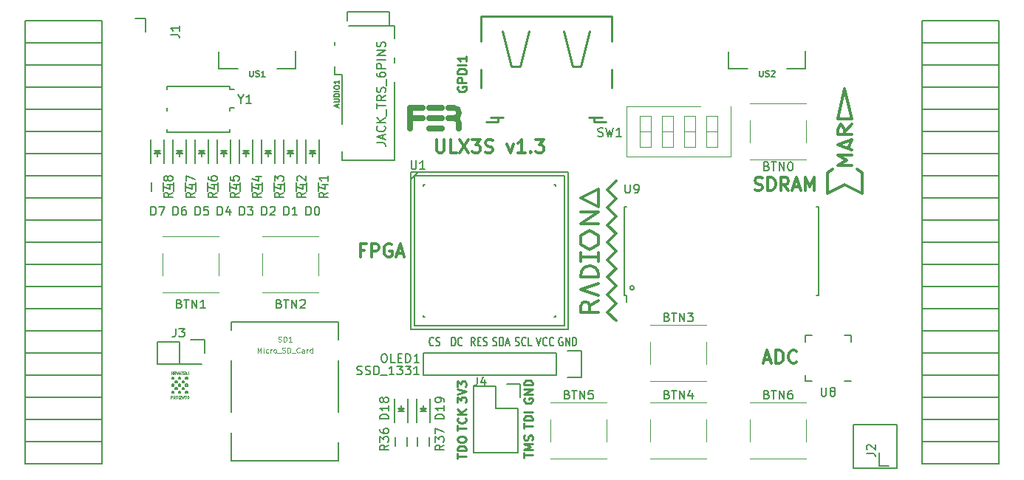
<source format=gto>
G04 #@! TF.FileFunction,Legend,Top*
%FSLAX46Y46*%
G04 Gerber Fmt 4.6, Leading zero omitted, Abs format (unit mm)*
G04 Created by KiCad (PCBNEW 4.0.7+dfsg1-1) date Wed Oct 25 16:05:11 2017*
%MOMM*%
%LPD*%
G01*
G04 APERTURE LIST*
%ADD10C,0.100000*%
%ADD11C,0.300000*%
%ADD12C,0.250000*%
%ADD13C,0.150000*%
%ADD14C,0.254000*%
%ADD15C,0.120000*%
%ADD16C,0.700000*%
%ADD17C,0.200000*%
%ADD18C,0.152400*%
%ADD19C,0.124460*%
%ADD20C,0.075000*%
G04 APERTURE END LIST*
D10*
D11*
X132442858Y-75076571D02*
X132442858Y-76290857D01*
X132514286Y-76433714D01*
X132585715Y-76505143D01*
X132728572Y-76576571D01*
X133014286Y-76576571D01*
X133157144Y-76505143D01*
X133228572Y-76433714D01*
X133300001Y-76290857D01*
X133300001Y-75076571D01*
X134728573Y-76576571D02*
X134014287Y-76576571D01*
X134014287Y-75076571D01*
X135085716Y-75076571D02*
X136085716Y-76576571D01*
X136085716Y-75076571D02*
X135085716Y-76576571D01*
X136514287Y-75076571D02*
X137442858Y-75076571D01*
X136942858Y-75648000D01*
X137157144Y-75648000D01*
X137300001Y-75719429D01*
X137371430Y-75790857D01*
X137442858Y-75933714D01*
X137442858Y-76290857D01*
X137371430Y-76433714D01*
X137300001Y-76505143D01*
X137157144Y-76576571D01*
X136728572Y-76576571D01*
X136585715Y-76505143D01*
X136514287Y-76433714D01*
X138014286Y-76505143D02*
X138228572Y-76576571D01*
X138585715Y-76576571D01*
X138728572Y-76505143D01*
X138800001Y-76433714D01*
X138871429Y-76290857D01*
X138871429Y-76148000D01*
X138800001Y-76005143D01*
X138728572Y-75933714D01*
X138585715Y-75862286D01*
X138300001Y-75790857D01*
X138157143Y-75719429D01*
X138085715Y-75648000D01*
X138014286Y-75505143D01*
X138014286Y-75362286D01*
X138085715Y-75219429D01*
X138157143Y-75148000D01*
X138300001Y-75076571D01*
X138657143Y-75076571D01*
X138871429Y-75148000D01*
X140514286Y-75576571D02*
X140871429Y-76576571D01*
X141228571Y-75576571D01*
X142585714Y-76576571D02*
X141728571Y-76576571D01*
X142157143Y-76576571D02*
X142157143Y-75076571D01*
X142014286Y-75290857D01*
X141871428Y-75433714D01*
X141728571Y-75505143D01*
X143228571Y-76433714D02*
X143299999Y-76505143D01*
X143228571Y-76576571D01*
X143157142Y-76505143D01*
X143228571Y-76433714D01*
X143228571Y-76576571D01*
X143800000Y-75076571D02*
X144728571Y-75076571D01*
X144228571Y-75648000D01*
X144442857Y-75648000D01*
X144585714Y-75719429D01*
X144657143Y-75790857D01*
X144728571Y-75933714D01*
X144728571Y-76290857D01*
X144657143Y-76433714D01*
X144585714Y-76505143D01*
X144442857Y-76576571D01*
X144014285Y-76576571D01*
X143871428Y-76505143D01*
X143800000Y-76433714D01*
X124175429Y-87728857D02*
X123675429Y-87728857D01*
X123675429Y-88514571D02*
X123675429Y-87014571D01*
X124389715Y-87014571D01*
X124961143Y-88514571D02*
X124961143Y-87014571D01*
X125532571Y-87014571D01*
X125675429Y-87086000D01*
X125746857Y-87157429D01*
X125818286Y-87300286D01*
X125818286Y-87514571D01*
X125746857Y-87657429D01*
X125675429Y-87728857D01*
X125532571Y-87800286D01*
X124961143Y-87800286D01*
X127246857Y-87086000D02*
X127104000Y-87014571D01*
X126889714Y-87014571D01*
X126675429Y-87086000D01*
X126532571Y-87228857D01*
X126461143Y-87371714D01*
X126389714Y-87657429D01*
X126389714Y-87871714D01*
X126461143Y-88157429D01*
X126532571Y-88300286D01*
X126675429Y-88443143D01*
X126889714Y-88514571D01*
X127032571Y-88514571D01*
X127246857Y-88443143D01*
X127318286Y-88371714D01*
X127318286Y-87871714D01*
X127032571Y-87871714D01*
X127889714Y-88086000D02*
X128604000Y-88086000D01*
X127746857Y-88514571D02*
X128246857Y-87014571D01*
X128746857Y-88514571D01*
X168903429Y-80823143D02*
X169117715Y-80894571D01*
X169474858Y-80894571D01*
X169617715Y-80823143D01*
X169689144Y-80751714D01*
X169760572Y-80608857D01*
X169760572Y-80466000D01*
X169689144Y-80323143D01*
X169617715Y-80251714D01*
X169474858Y-80180286D01*
X169189144Y-80108857D01*
X169046286Y-80037429D01*
X168974858Y-79966000D01*
X168903429Y-79823143D01*
X168903429Y-79680286D01*
X168974858Y-79537429D01*
X169046286Y-79466000D01*
X169189144Y-79394571D01*
X169546286Y-79394571D01*
X169760572Y-79466000D01*
X170403429Y-80894571D02*
X170403429Y-79394571D01*
X170760572Y-79394571D01*
X170974857Y-79466000D01*
X171117715Y-79608857D01*
X171189143Y-79751714D01*
X171260572Y-80037429D01*
X171260572Y-80251714D01*
X171189143Y-80537429D01*
X171117715Y-80680286D01*
X170974857Y-80823143D01*
X170760572Y-80894571D01*
X170403429Y-80894571D01*
X172760572Y-80894571D02*
X172260572Y-80180286D01*
X171903429Y-80894571D02*
X171903429Y-79394571D01*
X172474857Y-79394571D01*
X172617715Y-79466000D01*
X172689143Y-79537429D01*
X172760572Y-79680286D01*
X172760572Y-79894571D01*
X172689143Y-80037429D01*
X172617715Y-80108857D01*
X172474857Y-80180286D01*
X171903429Y-80180286D01*
X173332000Y-80466000D02*
X174046286Y-80466000D01*
X173189143Y-80894571D02*
X173689143Y-79394571D01*
X174189143Y-80894571D01*
X174689143Y-80894571D02*
X174689143Y-79394571D01*
X175189143Y-80466000D01*
X175689143Y-79394571D01*
X175689143Y-80894571D01*
X169966857Y-100278000D02*
X170681143Y-100278000D01*
X169824000Y-100706571D02*
X170324000Y-99206571D01*
X170824000Y-100706571D01*
X171324000Y-100706571D02*
X171324000Y-99206571D01*
X171681143Y-99206571D01*
X171895428Y-99278000D01*
X172038286Y-99420857D01*
X172109714Y-99563714D01*
X172181143Y-99849429D01*
X172181143Y-100063714D01*
X172109714Y-100349429D01*
X172038286Y-100492286D01*
X171895428Y-100635143D01*
X171681143Y-100706571D01*
X171324000Y-100706571D01*
X173681143Y-100563714D02*
X173609714Y-100635143D01*
X173395428Y-100706571D01*
X173252571Y-100706571D01*
X173038286Y-100635143D01*
X172895428Y-100492286D01*
X172824000Y-100349429D01*
X172752571Y-100063714D01*
X172752571Y-99849429D01*
X172824000Y-99563714D01*
X172895428Y-99420857D01*
X173038286Y-99278000D01*
X173252571Y-99206571D01*
X173395428Y-99206571D01*
X173609714Y-99278000D01*
X173681143Y-99349429D01*
D12*
X142447381Y-111521333D02*
X142447381Y-110949904D01*
X143447381Y-111235619D02*
X142447381Y-111235619D01*
X143447381Y-110616571D02*
X142447381Y-110616571D01*
X143161667Y-110283237D01*
X142447381Y-109949904D01*
X143447381Y-109949904D01*
X143399762Y-109521333D02*
X143447381Y-109378476D01*
X143447381Y-109140380D01*
X143399762Y-109045142D01*
X143352143Y-108997523D01*
X143256905Y-108949904D01*
X143161667Y-108949904D01*
X143066429Y-108997523D01*
X143018810Y-109045142D01*
X142971190Y-109140380D01*
X142923571Y-109330857D01*
X142875952Y-109426095D01*
X142828333Y-109473714D01*
X142733095Y-109521333D01*
X142637857Y-109521333D01*
X142542619Y-109473714D01*
X142495000Y-109426095D01*
X142447381Y-109330857D01*
X142447381Y-109092761D01*
X142495000Y-108949904D01*
X142447381Y-108163809D02*
X142447381Y-107592380D01*
X143447381Y-107878095D02*
X142447381Y-107878095D01*
X143447381Y-107259047D02*
X142447381Y-107259047D01*
X142447381Y-107020952D01*
X142495000Y-106878094D01*
X142590238Y-106782856D01*
X142685476Y-106735237D01*
X142875952Y-106687618D01*
X143018810Y-106687618D01*
X143209286Y-106735237D01*
X143304524Y-106782856D01*
X143399762Y-106878094D01*
X143447381Y-107020952D01*
X143447381Y-107259047D01*
X143447381Y-106259047D02*
X142447381Y-106259047D01*
X142495000Y-104726904D02*
X142447381Y-104822142D01*
X142447381Y-104964999D01*
X142495000Y-105107857D01*
X142590238Y-105203095D01*
X142685476Y-105250714D01*
X142875952Y-105298333D01*
X143018810Y-105298333D01*
X143209286Y-105250714D01*
X143304524Y-105203095D01*
X143399762Y-105107857D01*
X143447381Y-104964999D01*
X143447381Y-104869761D01*
X143399762Y-104726904D01*
X143352143Y-104679285D01*
X143018810Y-104679285D01*
X143018810Y-104869761D01*
X143447381Y-104250714D02*
X142447381Y-104250714D01*
X143447381Y-103679285D01*
X142447381Y-103679285D01*
X143447381Y-103203095D02*
X142447381Y-103203095D01*
X142447381Y-102965000D01*
X142495000Y-102822142D01*
X142590238Y-102726904D01*
X142685476Y-102679285D01*
X142875952Y-102631666D01*
X143018810Y-102631666D01*
X143209286Y-102679285D01*
X143304524Y-102726904D01*
X143399762Y-102822142D01*
X143447381Y-102965000D01*
X143447381Y-103203095D01*
X134827381Y-111624524D02*
X134827381Y-111053095D01*
X135827381Y-111338810D02*
X134827381Y-111338810D01*
X135827381Y-110719762D02*
X134827381Y-110719762D01*
X134827381Y-110481667D01*
X134875000Y-110338809D01*
X134970238Y-110243571D01*
X135065476Y-110195952D01*
X135255952Y-110148333D01*
X135398810Y-110148333D01*
X135589286Y-110195952D01*
X135684524Y-110243571D01*
X135779762Y-110338809D01*
X135827381Y-110481667D01*
X135827381Y-110719762D01*
X134827381Y-109529286D02*
X134827381Y-109338809D01*
X134875000Y-109243571D01*
X134970238Y-109148333D01*
X135160714Y-109100714D01*
X135494048Y-109100714D01*
X135684524Y-109148333D01*
X135779762Y-109243571D01*
X135827381Y-109338809D01*
X135827381Y-109529286D01*
X135779762Y-109624524D01*
X135684524Y-109719762D01*
X135494048Y-109767381D01*
X135160714Y-109767381D01*
X134970238Y-109719762D01*
X134875000Y-109624524D01*
X134827381Y-109529286D01*
X134827381Y-108425714D02*
X134827381Y-107854285D01*
X135827381Y-108140000D02*
X134827381Y-108140000D01*
X135732143Y-106949523D02*
X135779762Y-106997142D01*
X135827381Y-107139999D01*
X135827381Y-107235237D01*
X135779762Y-107378095D01*
X135684524Y-107473333D01*
X135589286Y-107520952D01*
X135398810Y-107568571D01*
X135255952Y-107568571D01*
X135065476Y-107520952D01*
X134970238Y-107473333D01*
X134875000Y-107378095D01*
X134827381Y-107235237D01*
X134827381Y-107139999D01*
X134875000Y-106997142D01*
X134922619Y-106949523D01*
X135827381Y-106520952D02*
X134827381Y-106520952D01*
X135827381Y-105949523D02*
X135255952Y-106378095D01*
X134827381Y-105949523D02*
X135398810Y-106520952D01*
X134827381Y-105203095D02*
X134827381Y-104584047D01*
X135208333Y-104917381D01*
X135208333Y-104774523D01*
X135255952Y-104679285D01*
X135303571Y-104631666D01*
X135398810Y-104584047D01*
X135636905Y-104584047D01*
X135732143Y-104631666D01*
X135779762Y-104679285D01*
X135827381Y-104774523D01*
X135827381Y-105060238D01*
X135779762Y-105155476D01*
X135732143Y-105203095D01*
X134827381Y-104298333D02*
X135827381Y-103965000D01*
X134827381Y-103631666D01*
X134827381Y-103393571D02*
X134827381Y-102774523D01*
X135208333Y-103107857D01*
X135208333Y-102964999D01*
X135255952Y-102869761D01*
X135303571Y-102822142D01*
X135398810Y-102774523D01*
X135636905Y-102774523D01*
X135732143Y-102822142D01*
X135779762Y-102869761D01*
X135827381Y-102964999D01*
X135827381Y-103250714D01*
X135779762Y-103345952D01*
X135732143Y-103393571D01*
D13*
X117480000Y-75060000D02*
X117480000Y-77760000D01*
X118980000Y-75060000D02*
X118980000Y-77760000D01*
X118080000Y-76560000D02*
X118330000Y-76560000D01*
X118330000Y-76560000D02*
X118180000Y-76410000D01*
X118580000Y-76310000D02*
X117880000Y-76310000D01*
X118230000Y-76660000D02*
X118230000Y-77010000D01*
X118230000Y-76310000D02*
X118580000Y-76660000D01*
X118580000Y-76660000D02*
X117880000Y-76660000D01*
X117880000Y-76660000D02*
X118230000Y-76310000D01*
X114940000Y-75060000D02*
X114940000Y-77760000D01*
X116440000Y-75060000D02*
X116440000Y-77760000D01*
X115540000Y-76560000D02*
X115790000Y-76560000D01*
X115790000Y-76560000D02*
X115640000Y-76410000D01*
X116040000Y-76310000D02*
X115340000Y-76310000D01*
X115690000Y-76660000D02*
X115690000Y-77010000D01*
X115690000Y-76310000D02*
X116040000Y-76660000D01*
X116040000Y-76660000D02*
X115340000Y-76660000D01*
X115340000Y-76660000D02*
X115690000Y-76310000D01*
X112400000Y-75060000D02*
X112400000Y-77760000D01*
X113900000Y-75060000D02*
X113900000Y-77760000D01*
X113000000Y-76560000D02*
X113250000Y-76560000D01*
X113250000Y-76560000D02*
X113100000Y-76410000D01*
X113500000Y-76310000D02*
X112800000Y-76310000D01*
X113150000Y-76660000D02*
X113150000Y-77010000D01*
X113150000Y-76310000D02*
X113500000Y-76660000D01*
X113500000Y-76660000D02*
X112800000Y-76660000D01*
X112800000Y-76660000D02*
X113150000Y-76310000D01*
X109860000Y-75060000D02*
X109860000Y-77760000D01*
X111360000Y-75060000D02*
X111360000Y-77760000D01*
X110460000Y-76560000D02*
X110710000Y-76560000D01*
X110710000Y-76560000D02*
X110560000Y-76410000D01*
X110960000Y-76310000D02*
X110260000Y-76310000D01*
X110610000Y-76660000D02*
X110610000Y-77010000D01*
X110610000Y-76310000D02*
X110960000Y-76660000D01*
X110960000Y-76660000D02*
X110260000Y-76660000D01*
X110260000Y-76660000D02*
X110610000Y-76310000D01*
X107320000Y-75060000D02*
X107320000Y-77760000D01*
X108820000Y-75060000D02*
X108820000Y-77760000D01*
X107920000Y-76560000D02*
X108170000Y-76560000D01*
X108170000Y-76560000D02*
X108020000Y-76410000D01*
X108420000Y-76310000D02*
X107720000Y-76310000D01*
X108070000Y-76660000D02*
X108070000Y-77010000D01*
X108070000Y-76310000D02*
X108420000Y-76660000D01*
X108420000Y-76660000D02*
X107720000Y-76660000D01*
X107720000Y-76660000D02*
X108070000Y-76310000D01*
X104780000Y-75060000D02*
X104780000Y-77760000D01*
X106280000Y-75060000D02*
X106280000Y-77760000D01*
X105380000Y-76560000D02*
X105630000Y-76560000D01*
X105630000Y-76560000D02*
X105480000Y-76410000D01*
X105880000Y-76310000D02*
X105180000Y-76310000D01*
X105530000Y-76660000D02*
X105530000Y-77010000D01*
X105530000Y-76310000D02*
X105880000Y-76660000D01*
X105880000Y-76660000D02*
X105180000Y-76660000D01*
X105180000Y-76660000D02*
X105530000Y-76310000D01*
X102240000Y-75060000D02*
X102240000Y-77760000D01*
X103740000Y-75060000D02*
X103740000Y-77760000D01*
X102840000Y-76560000D02*
X103090000Y-76560000D01*
X103090000Y-76560000D02*
X102940000Y-76410000D01*
X103340000Y-76310000D02*
X102640000Y-76310000D01*
X102990000Y-76660000D02*
X102990000Y-77010000D01*
X102990000Y-76310000D02*
X103340000Y-76660000D01*
X103340000Y-76660000D02*
X102640000Y-76660000D01*
X102640000Y-76660000D02*
X102990000Y-76310000D01*
X99700000Y-75060000D02*
X99700000Y-77760000D01*
X101200000Y-75060000D02*
X101200000Y-77760000D01*
X100300000Y-76560000D02*
X100550000Y-76560000D01*
X100550000Y-76560000D02*
X100400000Y-76410000D01*
X100800000Y-76310000D02*
X100100000Y-76310000D01*
X100450000Y-76660000D02*
X100450000Y-77010000D01*
X100450000Y-76310000D02*
X100800000Y-76660000D01*
X100800000Y-76660000D02*
X100100000Y-76660000D01*
X100100000Y-76660000D02*
X100450000Y-76310000D01*
X176180000Y-92880000D02*
X175980000Y-92880000D01*
X176180000Y-82720000D02*
X175980000Y-82720000D01*
X155080000Y-92050000D02*
G75*
G03X155080000Y-92050000I-250000J0D01*
G01*
X154180000Y-92880000D02*
X154180000Y-93700000D01*
X153980000Y-92880000D02*
X154180000Y-92880000D01*
X153980000Y-82720000D02*
X154180000Y-82720000D01*
X176190000Y-82720000D02*
X176190000Y-92880000D01*
X153970000Y-92880000D02*
X153970000Y-82720000D01*
X85270000Y-112220000D02*
X94100000Y-112220000D01*
X85270000Y-109680000D02*
X85270000Y-112220000D01*
X94100000Y-109680000D02*
X94100000Y-112220000D01*
X94100000Y-112220000D02*
X85270000Y-112220000D01*
X94100000Y-109680000D02*
X85270000Y-109680000D01*
X94100000Y-107140000D02*
X94100000Y-109680000D01*
X85270000Y-107140000D02*
X85270000Y-109680000D01*
X85270000Y-109680000D02*
X94100000Y-109680000D01*
X85270000Y-91900000D02*
X94100000Y-91900000D01*
X85270000Y-89360000D02*
X85270000Y-91900000D01*
X94100000Y-89360000D02*
X94100000Y-91900000D01*
X94100000Y-91900000D02*
X85270000Y-91900000D01*
X94100000Y-94440000D02*
X85270000Y-94440000D01*
X94100000Y-91900000D02*
X94100000Y-94440000D01*
X85270000Y-91900000D02*
X85270000Y-94440000D01*
X85270000Y-94440000D02*
X94100000Y-94440000D01*
X85270000Y-107140000D02*
X94100000Y-107140000D01*
X85270000Y-104600000D02*
X85270000Y-107140000D01*
X94100000Y-104600000D02*
X94100000Y-107140000D01*
X94100000Y-107140000D02*
X85270000Y-107140000D01*
X94100000Y-104600000D02*
X85270000Y-104600000D01*
X94100000Y-102060000D02*
X94100000Y-104600000D01*
X85270000Y-102060000D02*
X85270000Y-104600000D01*
X85270000Y-104600000D02*
X94100000Y-104600000D01*
X85270000Y-102060000D02*
X94100000Y-102060000D01*
X85270000Y-99520000D02*
X85270000Y-102060000D01*
X94100000Y-99520000D02*
X94100000Y-102060000D01*
X94100000Y-102060000D02*
X85270000Y-102060000D01*
X94100000Y-99520000D02*
X85270000Y-99520000D01*
X94100000Y-96980000D02*
X94100000Y-99520000D01*
X85270000Y-96980000D02*
X85270000Y-99520000D01*
X85270000Y-99520000D02*
X94100000Y-99520000D01*
X85270000Y-96980000D02*
X94100000Y-96980000D01*
X85270000Y-94440000D02*
X85270000Y-96980000D01*
X94100000Y-94440000D02*
X94100000Y-96980000D01*
X94100000Y-96980000D02*
X85270000Y-96980000D01*
X94100000Y-79200000D02*
X85270000Y-79200000D01*
X94100000Y-76660000D02*
X94100000Y-79200000D01*
X85270000Y-76660000D02*
X85270000Y-79200000D01*
X85270000Y-79200000D02*
X94100000Y-79200000D01*
X85270000Y-81740000D02*
X94100000Y-81740000D01*
X85270000Y-79200000D02*
X85270000Y-81740000D01*
X94100000Y-79200000D02*
X94100000Y-81740000D01*
X94100000Y-81740000D02*
X85270000Y-81740000D01*
X94100000Y-84280000D02*
X85270000Y-84280000D01*
X94100000Y-81740000D02*
X94100000Y-84280000D01*
X85270000Y-81740000D02*
X85270000Y-84280000D01*
X85270000Y-84280000D02*
X94100000Y-84280000D01*
X85270000Y-86820000D02*
X94100000Y-86820000D01*
X85270000Y-84280000D02*
X85270000Y-86820000D01*
X94100000Y-84280000D02*
X94100000Y-86820000D01*
X94100000Y-86820000D02*
X85270000Y-86820000D01*
X94100000Y-89360000D02*
X85270000Y-89360000D01*
X94100000Y-86820000D02*
X94100000Y-89360000D01*
X85270000Y-86820000D02*
X85270000Y-89360000D01*
X85270000Y-89360000D02*
X94100000Y-89360000D01*
X85270000Y-76660000D02*
X94100000Y-76660000D01*
X85270000Y-74120000D02*
X85270000Y-76660000D01*
X94100000Y-74120000D02*
X94100000Y-76660000D01*
X94100000Y-76660000D02*
X85270000Y-76660000D01*
X94100000Y-74120000D02*
X85270000Y-74120000D01*
X94100000Y-71580000D02*
X94100000Y-74120000D01*
X85270000Y-71580000D02*
X85270000Y-74120000D01*
X85270000Y-74120000D02*
X94100000Y-74120000D01*
X85270000Y-71580000D02*
X94100000Y-71580000D01*
X85270000Y-69040000D02*
X85270000Y-71580000D01*
X94100000Y-69040000D02*
X94100000Y-71580000D01*
X94100000Y-71580000D02*
X85270000Y-71580000D01*
X94100000Y-69040000D02*
X85270000Y-69040000D01*
X94100000Y-66500000D02*
X94100000Y-69040000D01*
X85270000Y-66500000D02*
X85270000Y-69040000D01*
X85270000Y-69040000D02*
X94100000Y-69040000D01*
X85270000Y-66500000D02*
X94100000Y-66500000D01*
X85270000Y-63960000D02*
X85270000Y-66500000D01*
X94100000Y-63960000D02*
X94100000Y-66500000D01*
X94100000Y-66500000D02*
X85270000Y-66500000D01*
X94100000Y-63960000D02*
X85270000Y-63960000D01*
X94100000Y-61420000D02*
X94100000Y-63960000D01*
X99060000Y-62690000D02*
X99060000Y-61140000D01*
X99060000Y-61140000D02*
X97910000Y-61140000D01*
X94100000Y-61420000D02*
X85270000Y-61420000D01*
X85270000Y-61420000D02*
X85270000Y-63960000D01*
X85270000Y-63960000D02*
X94100000Y-63960000D01*
X196910000Y-61420000D02*
X188080000Y-61420000D01*
X196910000Y-63960000D02*
X196910000Y-61420000D01*
X188080000Y-63960000D02*
X188080000Y-61420000D01*
X188080000Y-61420000D02*
X196910000Y-61420000D01*
X188080000Y-63960000D02*
X196910000Y-63960000D01*
X188080000Y-66500000D02*
X188080000Y-63960000D01*
X196910000Y-66500000D02*
X196910000Y-63960000D01*
X196910000Y-63960000D02*
X188080000Y-63960000D01*
X196910000Y-81740000D02*
X188080000Y-81740000D01*
X196910000Y-84280000D02*
X196910000Y-81740000D01*
X188080000Y-84280000D02*
X188080000Y-81740000D01*
X188080000Y-81740000D02*
X196910000Y-81740000D01*
X188080000Y-79200000D02*
X196910000Y-79200000D01*
X188080000Y-81740000D02*
X188080000Y-79200000D01*
X196910000Y-81740000D02*
X196910000Y-79200000D01*
X196910000Y-79200000D02*
X188080000Y-79200000D01*
X196910000Y-66500000D02*
X188080000Y-66500000D01*
X196910000Y-69040000D02*
X196910000Y-66500000D01*
X188080000Y-69040000D02*
X188080000Y-66500000D01*
X188080000Y-66500000D02*
X196910000Y-66500000D01*
X188080000Y-69040000D02*
X196910000Y-69040000D01*
X188080000Y-71580000D02*
X188080000Y-69040000D01*
X196910000Y-71580000D02*
X196910000Y-69040000D01*
X196910000Y-69040000D02*
X188080000Y-69040000D01*
X196910000Y-71580000D02*
X188080000Y-71580000D01*
X196910000Y-74120000D02*
X196910000Y-71580000D01*
X188080000Y-74120000D02*
X188080000Y-71580000D01*
X188080000Y-71580000D02*
X196910000Y-71580000D01*
X188080000Y-74120000D02*
X196910000Y-74120000D01*
X188080000Y-76660000D02*
X188080000Y-74120000D01*
X196910000Y-76660000D02*
X196910000Y-74120000D01*
X196910000Y-74120000D02*
X188080000Y-74120000D01*
X196910000Y-76660000D02*
X188080000Y-76660000D01*
X196910000Y-79200000D02*
X196910000Y-76660000D01*
X188080000Y-79200000D02*
X188080000Y-76660000D01*
X188080000Y-76660000D02*
X196910000Y-76660000D01*
X188080000Y-94440000D02*
X196910000Y-94440000D01*
X188080000Y-96980000D02*
X188080000Y-94440000D01*
X196910000Y-96980000D02*
X196910000Y-94440000D01*
X196910000Y-94440000D02*
X188080000Y-94440000D01*
X196910000Y-91900000D02*
X188080000Y-91900000D01*
X196910000Y-94440000D02*
X196910000Y-91900000D01*
X188080000Y-94440000D02*
X188080000Y-91900000D01*
X188080000Y-91900000D02*
X196910000Y-91900000D01*
X188080000Y-89360000D02*
X196910000Y-89360000D01*
X188080000Y-91900000D02*
X188080000Y-89360000D01*
X196910000Y-91900000D02*
X196910000Y-89360000D01*
X196910000Y-89360000D02*
X188080000Y-89360000D01*
X196910000Y-86820000D02*
X188080000Y-86820000D01*
X196910000Y-89360000D02*
X196910000Y-86820000D01*
X188080000Y-89360000D02*
X188080000Y-86820000D01*
X188080000Y-86820000D02*
X196910000Y-86820000D01*
X188080000Y-84280000D02*
X196910000Y-84280000D01*
X188080000Y-86820000D02*
X188080000Y-84280000D01*
X196910000Y-86820000D02*
X196910000Y-84280000D01*
X196910000Y-84280000D02*
X188080000Y-84280000D01*
X196910000Y-96980000D02*
X188080000Y-96980000D01*
X196910000Y-99520000D02*
X196910000Y-96980000D01*
X188080000Y-99520000D02*
X188080000Y-96980000D01*
X188080000Y-96980000D02*
X196910000Y-96980000D01*
X188080000Y-99520000D02*
X196910000Y-99520000D01*
X188080000Y-102060000D02*
X188080000Y-99520000D01*
X196910000Y-102060000D02*
X196910000Y-99520000D01*
X196910000Y-99520000D02*
X188080000Y-99520000D01*
X196910000Y-102060000D02*
X188080000Y-102060000D01*
X196910000Y-104600000D02*
X196910000Y-102060000D01*
X188080000Y-104600000D02*
X188080000Y-102060000D01*
X188080000Y-102060000D02*
X196910000Y-102060000D01*
X188080000Y-104600000D02*
X196910000Y-104600000D01*
X188080000Y-107140000D02*
X188080000Y-104600000D01*
X196910000Y-107140000D02*
X196910000Y-104600000D01*
X196910000Y-104600000D02*
X188080000Y-104600000D01*
X196910000Y-107140000D02*
X188080000Y-107140000D01*
X196910000Y-109680000D02*
X196910000Y-107140000D01*
X188080000Y-109680000D02*
X188080000Y-107140000D01*
X188080000Y-107140000D02*
X196910000Y-107140000D01*
X188080000Y-109680000D02*
X196910000Y-109680000D01*
X188080000Y-112220000D02*
X188080000Y-109680000D01*
X183120000Y-110950000D02*
X183120000Y-112500000D01*
X183120000Y-112500000D02*
X184270000Y-112500000D01*
X188080000Y-112220000D02*
X196910000Y-112220000D01*
X196910000Y-112220000D02*
X196910000Y-109680000D01*
X196910000Y-109680000D02*
X188080000Y-109680000D01*
X108724000Y-69280000D02*
X109274000Y-69280000D01*
X101524000Y-68980000D02*
X101524000Y-69280000D01*
X101524000Y-74180000D02*
X101524000Y-73880000D01*
X108724000Y-74180000D02*
X108724000Y-73880000D01*
X108724000Y-68980000D02*
X108724000Y-69280000D01*
X108724000Y-68980000D02*
X101524000Y-68980000D01*
X108724000Y-71380000D02*
X109274000Y-71380000D01*
X108724000Y-74180000D02*
X101524000Y-74180000D01*
X101524000Y-71380000D02*
X101524000Y-71780000D01*
X108724000Y-71380000D02*
X108724000Y-71780000D01*
X105810000Y-99520000D02*
X105810000Y-97970000D01*
X102990000Y-100790000D02*
X105530000Y-100790000D01*
X105810000Y-97970000D02*
X104260000Y-97970000D01*
X100450000Y-100790000D02*
X102990000Y-100790000D01*
X102990000Y-100790000D02*
X102990000Y-98250000D01*
X102990000Y-98250000D02*
X100450000Y-98250000D01*
X100450000Y-98250000D02*
X100450000Y-100790000D01*
X129140000Y-107470000D02*
X129140000Y-104770000D01*
X127640000Y-107470000D02*
X127640000Y-104770000D01*
X128540000Y-105970000D02*
X128290000Y-105970000D01*
X128290000Y-105970000D02*
X128440000Y-106120000D01*
X128040000Y-106220000D02*
X128740000Y-106220000D01*
X128390000Y-105870000D02*
X128390000Y-105520000D01*
X128390000Y-106220000D02*
X128040000Y-105870000D01*
X128040000Y-105870000D02*
X128740000Y-105870000D01*
X128740000Y-105870000D02*
X128390000Y-106220000D01*
X131680000Y-107470000D02*
X131680000Y-104770000D01*
X130180000Y-107470000D02*
X130180000Y-104770000D01*
X131080000Y-105970000D02*
X130830000Y-105970000D01*
X130830000Y-105970000D02*
X130980000Y-106120000D01*
X130580000Y-106220000D02*
X131280000Y-106220000D01*
X130930000Y-105870000D02*
X130930000Y-105520000D01*
X130930000Y-106220000D02*
X130580000Y-105870000D01*
X130580000Y-105870000D02*
X131280000Y-105870000D01*
X131280000Y-105870000D02*
X130930000Y-106220000D01*
X127715000Y-110180000D02*
X127715000Y-109180000D01*
X129065000Y-109180000D02*
X129065000Y-110180000D01*
X131605000Y-109180000D02*
X131605000Y-110180000D01*
X130255000Y-110180000D02*
X130255000Y-109180000D01*
X116280000Y-64925000D02*
X116280000Y-66925000D01*
X116280000Y-66925000D02*
X114130000Y-66925000D01*
X109630000Y-66925000D02*
X107480000Y-66925000D01*
X107480000Y-66925000D02*
X107480000Y-64975000D01*
X174700000Y-64925000D02*
X174700000Y-66925000D01*
X174700000Y-66925000D02*
X172550000Y-66925000D01*
X168050000Y-66925000D02*
X165900000Y-66925000D01*
X165900000Y-66925000D02*
X165900000Y-64975000D01*
X141725000Y-110950000D02*
X141725000Y-105870000D01*
X142005000Y-103050000D02*
X142005000Y-104600000D01*
X139185000Y-103330000D02*
X139185000Y-105870000D01*
X139185000Y-105870000D02*
X141725000Y-105870000D01*
X141725000Y-110950000D02*
X136645000Y-110950000D01*
X136645000Y-110950000D02*
X136645000Y-105870000D01*
X142005000Y-103050000D02*
X140455000Y-103050000D01*
X136645000Y-103330000D02*
X139185000Y-103330000D01*
X136645000Y-105870000D02*
X136645000Y-103330000D01*
X118905000Y-79970000D02*
X118905000Y-80970000D01*
X117555000Y-80970000D02*
X117555000Y-79970000D01*
X116365000Y-79970000D02*
X116365000Y-80970000D01*
X115015000Y-80970000D02*
X115015000Y-79970000D01*
X113825000Y-79970000D02*
X113825000Y-80970000D01*
X112475000Y-80970000D02*
X112475000Y-79970000D01*
X111285000Y-79970000D02*
X111285000Y-80970000D01*
X109935000Y-80970000D02*
X109935000Y-79970000D01*
X108745000Y-79970000D02*
X108745000Y-80970000D01*
X107395000Y-80970000D02*
X107395000Y-79970000D01*
X106205000Y-79970000D02*
X106205000Y-80970000D01*
X104855000Y-80970000D02*
X104855000Y-79970000D01*
X103665000Y-79970000D02*
X103665000Y-80970000D01*
X102315000Y-80970000D02*
X102315000Y-79970000D01*
X101125000Y-79970000D02*
X101125000Y-80970000D01*
X99775000Y-80970000D02*
X99775000Y-79970000D01*
X174660000Y-102780000D02*
X174660000Y-102030000D01*
X179910000Y-97530000D02*
X179910000Y-98280000D01*
X174660000Y-97530000D02*
X174660000Y-98280000D01*
X179910000Y-102780000D02*
X179160000Y-102780000D01*
X179910000Y-97530000D02*
X179160000Y-97530000D01*
X174660000Y-97530000D02*
X175410000Y-97530000D01*
X174660000Y-102780000D02*
X175410000Y-102780000D01*
X180180640Y-107700640D02*
X185179360Y-107700640D01*
X185179360Y-107700640D02*
X185179360Y-112699360D01*
X185179360Y-112699360D02*
X180180640Y-112699360D01*
X180180640Y-112699360D02*
X180180640Y-107700640D01*
X146170000Y-99520000D02*
X130930000Y-99520000D01*
X130930000Y-99520000D02*
X130930000Y-102060000D01*
X130930000Y-102060000D02*
X146170000Y-102060000D01*
X148990000Y-99240000D02*
X147440000Y-99240000D01*
X146170000Y-99520000D02*
X146170000Y-102060000D01*
X147440000Y-102340000D02*
X148990000Y-102340000D01*
X148990000Y-102340000D02*
X148990000Y-99240000D01*
X122180000Y-60440000D02*
X122180000Y-61440000D01*
X126980000Y-60440000D02*
X122180000Y-60440000D01*
X126980000Y-62040000D02*
X126980000Y-60440000D01*
X127580000Y-62040000D02*
X122380000Y-62040000D01*
X120780000Y-64240000D02*
X120780000Y-63840000D01*
X120780000Y-67640000D02*
X120780000Y-66640000D01*
X121580000Y-67640000D02*
X120780000Y-67640000D01*
X121580000Y-73240000D02*
X121580000Y-67640000D01*
X121580000Y-77440000D02*
X121580000Y-76440000D01*
X127580000Y-77440000D02*
X121580000Y-77440000D01*
X127580000Y-68440000D02*
X127580000Y-77440000D01*
X127580000Y-65640000D02*
X127580000Y-66240000D01*
X127580000Y-62040000D02*
X127580000Y-63440000D01*
D14*
X151378260Y-72548160D02*
X150479100Y-72548160D01*
X150479100Y-72548160D02*
X149879660Y-72548160D01*
X140080340Y-72548160D02*
X139480900Y-72548160D01*
X139480900Y-72548160D02*
X138581740Y-72548160D01*
X137481920Y-69149640D02*
X137481920Y-66998260D01*
X137481920Y-63800400D02*
X137481920Y-60892100D01*
X137481920Y-60892100D02*
X152478080Y-60892100D01*
X152478080Y-60892100D02*
X152478080Y-63800400D01*
X152478080Y-66998260D02*
X152478080Y-69149640D01*
X138106760Y-73048540D02*
X139480900Y-73048540D01*
X139480900Y-73048540D02*
X139480900Y-72548160D01*
X150479100Y-72548160D02*
X150479100Y-73048540D01*
X150479100Y-73048540D02*
X151865940Y-73048540D01*
X142981020Y-62632000D02*
X141980260Y-66632500D01*
X141980260Y-66632500D02*
X140982040Y-66632500D01*
X140982040Y-66632500D02*
X139981280Y-62632000D01*
X146978980Y-62632000D02*
X147979740Y-66632500D01*
X147979740Y-66632500D02*
X148977960Y-66632500D01*
X148977960Y-66632500D02*
X149978720Y-62632000D01*
D15*
X168340000Y-77350000D02*
X168340000Y-77320000D01*
X168340000Y-70890000D02*
X168340000Y-70920000D01*
X174800000Y-70890000D02*
X174800000Y-70920000D01*
X174800000Y-77320000D02*
X174800000Y-77350000D01*
X168340000Y-75420000D02*
X168340000Y-72820000D01*
X174800000Y-77350000D02*
X168340000Y-77350000D01*
X174800000Y-75420000D02*
X174800000Y-72820000D01*
X174800000Y-70890000D02*
X168340000Y-70890000D01*
X107490000Y-86130000D02*
X107490000Y-86160000D01*
X107490000Y-92590000D02*
X107490000Y-92560000D01*
X101030000Y-92590000D02*
X101030000Y-92560000D01*
X101030000Y-86160000D02*
X101030000Y-86130000D01*
X107490000Y-88060000D02*
X107490000Y-90660000D01*
X101030000Y-86130000D02*
X107490000Y-86130000D01*
X101030000Y-88060000D02*
X101030000Y-90660000D01*
X101030000Y-92590000D02*
X107490000Y-92590000D01*
X118920000Y-86130000D02*
X118920000Y-86160000D01*
X118920000Y-92590000D02*
X118920000Y-92560000D01*
X112460000Y-92590000D02*
X112460000Y-92560000D01*
X112460000Y-86160000D02*
X112460000Y-86130000D01*
X118920000Y-88060000D02*
X118920000Y-90660000D01*
X112460000Y-86130000D02*
X118920000Y-86130000D01*
X112460000Y-88060000D02*
X112460000Y-90660000D01*
X112460000Y-92590000D02*
X118920000Y-92590000D01*
X163370000Y-96290000D02*
X163370000Y-96320000D01*
X163370000Y-102750000D02*
X163370000Y-102720000D01*
X156910000Y-102750000D02*
X156910000Y-102720000D01*
X156910000Y-96320000D02*
X156910000Y-96290000D01*
X163370000Y-98220000D02*
X163370000Y-100820000D01*
X156910000Y-96290000D02*
X163370000Y-96290000D01*
X156910000Y-98220000D02*
X156910000Y-100820000D01*
X156910000Y-102750000D02*
X163370000Y-102750000D01*
X156910000Y-111640000D02*
X156910000Y-111610000D01*
X156910000Y-105180000D02*
X156910000Y-105210000D01*
X163370000Y-105180000D02*
X163370000Y-105210000D01*
X163370000Y-111610000D02*
X163370000Y-111640000D01*
X156910000Y-109710000D02*
X156910000Y-107110000D01*
X163370000Y-111640000D02*
X156910000Y-111640000D01*
X163370000Y-109710000D02*
X163370000Y-107110000D01*
X163370000Y-105180000D02*
X156910000Y-105180000D01*
X145480000Y-111640000D02*
X145480000Y-111610000D01*
X145480000Y-105180000D02*
X145480000Y-105210000D01*
X151940000Y-105180000D02*
X151940000Y-105210000D01*
X151940000Y-111610000D02*
X151940000Y-111640000D01*
X145480000Y-109710000D02*
X145480000Y-107110000D01*
X151940000Y-111640000D02*
X145480000Y-111640000D01*
X151940000Y-109710000D02*
X151940000Y-107110000D01*
X151940000Y-105180000D02*
X145480000Y-105180000D01*
X168340000Y-111640000D02*
X168340000Y-111610000D01*
X168340000Y-105180000D02*
X168340000Y-105210000D01*
X174800000Y-105180000D02*
X174800000Y-105210000D01*
X174800000Y-111610000D02*
X174800000Y-111640000D01*
X168340000Y-109710000D02*
X168340000Y-107110000D01*
X174800000Y-111640000D02*
X168340000Y-111640000D01*
X174800000Y-109710000D02*
X174800000Y-107110000D01*
X174800000Y-105180000D02*
X168340000Y-105180000D01*
X166120000Y-71275000D02*
X166120000Y-76965000D01*
X166120000Y-76965000D02*
X154160000Y-76965000D01*
X154160000Y-76965000D02*
X154160000Y-71275000D01*
X154160000Y-71275000D02*
X162680000Y-71275000D01*
X164585000Y-72310000D02*
X163315000Y-72310000D01*
X163315000Y-72310000D02*
X163315000Y-75930000D01*
X163315000Y-75930000D02*
X164585000Y-75930000D01*
X164585000Y-75930000D02*
X164585000Y-72310000D01*
X164585000Y-74120000D02*
X163315000Y-74120000D01*
X162045000Y-72310000D02*
X160775000Y-72310000D01*
X160775000Y-72310000D02*
X160775000Y-75930000D01*
X160775000Y-75930000D02*
X162045000Y-75930000D01*
X162045000Y-75930000D02*
X162045000Y-72310000D01*
X162045000Y-74120000D02*
X160775000Y-74120000D01*
X159505000Y-72310000D02*
X158235000Y-72310000D01*
X158235000Y-72310000D02*
X158235000Y-75930000D01*
X158235000Y-75930000D02*
X159505000Y-75930000D01*
X159505000Y-75930000D02*
X159505000Y-72310000D01*
X159505000Y-74120000D02*
X158235000Y-74120000D01*
X156965000Y-72310000D02*
X155695000Y-72310000D01*
X155695000Y-72310000D02*
X155695000Y-75930000D01*
X155695000Y-75930000D02*
X156965000Y-75930000D01*
X156965000Y-75930000D02*
X156965000Y-72310000D01*
X156965000Y-74120000D02*
X155695000Y-74120000D01*
D13*
X130880000Y-80200000D02*
X131080000Y-80200000D01*
X130880000Y-80400000D02*
X130880000Y-80200000D01*
X146080000Y-80200000D02*
X146080000Y-80400000D01*
X145880000Y-80200000D02*
X146080000Y-80200000D01*
X146080000Y-95400000D02*
X146080000Y-95200000D01*
X145880000Y-95400000D02*
X146080000Y-95400000D01*
X130880000Y-95400000D02*
X131080000Y-95400000D01*
X130880000Y-95200000D02*
X130880000Y-95400000D01*
X130280000Y-78800000D02*
X129480000Y-79600000D01*
X129480000Y-96800000D02*
X129480000Y-78800000D01*
X147480000Y-96800000D02*
X129480000Y-96800000D01*
X147480000Y-78800000D02*
X147480000Y-96800000D01*
X129480000Y-78800000D02*
X147480000Y-78800000D01*
X129880000Y-96400000D02*
X129880000Y-79200000D01*
X147080000Y-96400000D02*
X129880000Y-96400000D01*
X147080000Y-79200000D02*
X147080000Y-96400000D01*
X129880000Y-79200000D02*
X147080000Y-79200000D01*
X121205000Y-111915000D02*
X121205000Y-109765000D01*
X108905000Y-111915000D02*
X121205000Y-111915000D01*
X108905000Y-108665000D02*
X108905000Y-111915000D01*
X108905000Y-100365000D02*
X108905000Y-106265000D01*
X121205000Y-106265000D02*
X121205000Y-100365000D01*
X108905000Y-95965000D02*
X108905000Y-96865000D01*
X121205000Y-95965000D02*
X108905000Y-95965000D01*
X121205000Y-98015000D02*
X121205000Y-95965000D01*
D11*
X149980000Y-94836000D02*
X149980000Y-94136000D01*
X148980000Y-94836000D02*
X148980000Y-94136000D01*
X151980000Y-80836000D02*
X152980000Y-79836000D01*
X152980000Y-81836000D02*
X151980000Y-80836000D01*
X151980000Y-82836000D02*
X152980000Y-81836000D01*
X152980000Y-83836000D02*
X151980000Y-82836000D01*
X151980000Y-84836000D02*
X152980000Y-83836000D01*
X152980000Y-85836000D02*
X151980000Y-84836000D01*
X151980000Y-86836000D02*
X152980000Y-85836000D01*
X152980000Y-87836000D02*
X151980000Y-86836000D01*
X151980000Y-88836000D02*
X152980000Y-87836000D01*
X152980000Y-89836000D02*
X151980000Y-88836000D01*
X151980000Y-90836000D02*
X152980000Y-89836000D01*
X152980000Y-91836000D02*
X151980000Y-90836000D01*
X151980000Y-92836000D02*
X152980000Y-91836000D01*
X152980000Y-93836000D02*
X151980000Y-92836000D01*
X151980000Y-94836000D02*
X152980000Y-93836000D01*
X152980000Y-95836000D02*
X151980000Y-94836000D01*
X150980000Y-90836000D02*
X150980000Y-90536000D01*
X148980000Y-90836000D02*
X148980000Y-90536000D01*
X148980000Y-89036000D02*
X148980000Y-88036000D01*
X150980000Y-89036000D02*
X150980000Y-88036000D01*
X150980000Y-83336000D02*
X148980000Y-83336000D01*
X148980000Y-84736000D02*
X150980000Y-83336000D01*
X149980000Y-94136000D02*
X150980000Y-93536000D01*
X149980000Y-85436000D02*
X150980000Y-86036000D01*
X148980000Y-86036000D02*
X149980000Y-85436000D01*
X149980000Y-87636000D02*
X148980000Y-87036000D01*
X150980000Y-87036000D02*
X149980000Y-87636000D01*
X148980000Y-86036000D02*
X148980000Y-87036000D01*
X150980000Y-87036000D02*
X150980000Y-86036000D01*
X150980000Y-80736000D02*
X150980000Y-82736000D01*
X148980000Y-81736000D02*
X150980000Y-80736000D01*
X150980000Y-82736000D02*
X148980000Y-81736000D01*
X150980000Y-84736000D02*
X148980000Y-84736000D01*
X148980000Y-88536000D02*
X150980000Y-88536000D01*
X150980000Y-90536000D02*
G75*
G03X148980000Y-90536000I-1000000J0D01*
G01*
X150980000Y-90836000D02*
X148980000Y-90836000D01*
X148980000Y-92236000D02*
X150980000Y-91536000D01*
X150980000Y-92936000D02*
X148980000Y-92236000D01*
X149980000Y-94136000D02*
G75*
G03X148980000Y-94136000I-500000J0D01*
G01*
X150980000Y-94836000D02*
X148980000Y-94836000D01*
X178390000Y-76844000D02*
X179990000Y-76844000D01*
X179390000Y-77444000D02*
X178390000Y-76844000D01*
X178390000Y-78044000D02*
X179390000Y-77444000D01*
X179990000Y-78044000D02*
X178390000Y-78044000D01*
X181190000Y-78844000D02*
X180590000Y-78444000D01*
X177190000Y-78844000D02*
X177790000Y-78444000D01*
X177190000Y-81244000D02*
X177190000Y-78844000D01*
X179190000Y-69244000D02*
X178390000Y-72644000D01*
X179990000Y-72644000D02*
X179190000Y-69244000D01*
X178390000Y-72644000D02*
X179990000Y-72644000D01*
X179190000Y-74244000D02*
X179990000Y-73244000D01*
X179190000Y-73844000D02*
X179190000Y-74444000D01*
X178790000Y-73244000D02*
X179190000Y-73844000D01*
X178390000Y-73844000D02*
X178790000Y-73244000D01*
X178390000Y-74444000D02*
X178390000Y-73844000D01*
X178390000Y-74444000D02*
X179990000Y-74444000D01*
X179990000Y-75044000D02*
X179590000Y-76044000D01*
X178390000Y-75644000D02*
X179990000Y-75044000D01*
X179990000Y-76244000D02*
X178390000Y-75644000D01*
X181190000Y-81244000D02*
X181190000Y-78844000D01*
X179190000Y-80244000D02*
X181190000Y-81244000D01*
X177190000Y-81244000D02*
X179190000Y-80244000D01*
D16*
X135000000Y-73196000D02*
X135000000Y-73796000D01*
X135000000Y-73196000D02*
G75*
G03X134400000Y-72596000I-600000J0D01*
G01*
X134400000Y-72596000D02*
G75*
G03X134400000Y-71396000I0J600000D01*
G01*
X133800000Y-72596000D02*
X134400000Y-72596000D01*
X133800000Y-71396000D02*
X134400000Y-71396000D01*
X129400000Y-71396000D02*
X129400000Y-73796000D01*
X131600000Y-73796000D02*
X133000000Y-73796000D01*
X131600000Y-72596000D02*
X133000000Y-72596000D01*
X131600000Y-71396000D02*
X133000000Y-71396000D01*
X129400000Y-71396000D02*
X130800000Y-71396000D01*
X129400000Y-72596000D02*
X130800000Y-72596000D01*
D17*
X103890000Y-103903000D02*
X103690000Y-103903000D01*
X103890000Y-104103000D02*
X103890000Y-103903000D01*
X103690000Y-104103000D02*
X103890000Y-104103000D01*
X103690000Y-103903000D02*
X103690000Y-104103000D01*
X103090000Y-103903000D02*
X102890000Y-103903000D01*
X103090000Y-104103000D02*
X103090000Y-103903000D01*
X102890000Y-104103000D02*
X103090000Y-104103000D01*
X102890000Y-103903000D02*
X102890000Y-104103000D01*
X102090000Y-104103000D02*
X102090000Y-103903000D01*
X102290000Y-104103000D02*
X102090000Y-104103000D01*
X102290000Y-103903000D02*
X102290000Y-104103000D01*
X102090000Y-103903000D02*
X102290000Y-103903000D01*
X103290000Y-103703000D02*
X103290000Y-103503000D01*
X103490000Y-103703000D02*
X103290000Y-103703000D01*
X103490000Y-103503000D02*
X103490000Y-103703000D01*
X103290000Y-103503000D02*
X103490000Y-103503000D01*
X102490000Y-103703000D02*
X102490000Y-103503000D01*
X102690000Y-103703000D02*
X102490000Y-103703000D01*
X102690000Y-103503000D02*
X102690000Y-103703000D01*
X102490000Y-103503000D02*
X102690000Y-103503000D01*
X103890000Y-103103000D02*
X103690000Y-103103000D01*
X103890000Y-103303000D02*
X103890000Y-103103000D01*
X103690000Y-103303000D02*
X103890000Y-103303000D01*
X103690000Y-103103000D02*
X103690000Y-103303000D01*
X103090000Y-103103000D02*
X102890000Y-103103000D01*
X103090000Y-103303000D02*
X103090000Y-103103000D01*
X102890000Y-103303000D02*
X103090000Y-103303000D01*
X102890000Y-103103000D02*
X102890000Y-103303000D01*
X102090000Y-103303000D02*
X102090000Y-103103000D01*
X102290000Y-103303000D02*
X102090000Y-103303000D01*
X102290000Y-103103000D02*
X102290000Y-103303000D01*
X102090000Y-103103000D02*
X102290000Y-103103000D01*
X103490000Y-102703000D02*
X103290000Y-102703000D01*
X103490000Y-102903000D02*
X103490000Y-102703000D01*
X103290000Y-102903000D02*
X103490000Y-102903000D01*
X103290000Y-102703000D02*
X103290000Y-102903000D01*
X102690000Y-102703000D02*
X102490000Y-102703000D01*
X102690000Y-102903000D02*
X102690000Y-102703000D01*
X102490000Y-102903000D02*
X102690000Y-102903000D01*
X102490000Y-102703000D02*
X102490000Y-102903000D01*
X103890000Y-102303000D02*
X103690000Y-102303000D01*
X103890000Y-102503000D02*
X103890000Y-102303000D01*
X103690000Y-102503000D02*
X103890000Y-102503000D01*
X103690000Y-102303000D02*
X103690000Y-102503000D01*
X102890000Y-102503000D02*
X102890000Y-102303000D01*
X103090000Y-102503000D02*
X102890000Y-102503000D01*
X103090000Y-102303000D02*
X103090000Y-102503000D01*
X102890000Y-102303000D02*
X103090000Y-102303000D01*
X102090000Y-102503000D02*
X102090000Y-102303000D01*
X102290000Y-102503000D02*
X102090000Y-102503000D01*
X102290000Y-102303000D02*
X102290000Y-102503000D01*
X102090000Y-102303000D02*
X102290000Y-102303000D01*
D13*
X117491905Y-83716381D02*
X117491905Y-82716381D01*
X117730000Y-82716381D01*
X117872858Y-82764000D01*
X117968096Y-82859238D01*
X118015715Y-82954476D01*
X118063334Y-83144952D01*
X118063334Y-83287810D01*
X118015715Y-83478286D01*
X117968096Y-83573524D01*
X117872858Y-83668762D01*
X117730000Y-83716381D01*
X117491905Y-83716381D01*
X118682381Y-82716381D02*
X118777620Y-82716381D01*
X118872858Y-82764000D01*
X118920477Y-82811619D01*
X118968096Y-82906857D01*
X119015715Y-83097333D01*
X119015715Y-83335429D01*
X118968096Y-83525905D01*
X118920477Y-83621143D01*
X118872858Y-83668762D01*
X118777620Y-83716381D01*
X118682381Y-83716381D01*
X118587143Y-83668762D01*
X118539524Y-83621143D01*
X118491905Y-83525905D01*
X118444286Y-83335429D01*
X118444286Y-83097333D01*
X118491905Y-82906857D01*
X118539524Y-82811619D01*
X118587143Y-82764000D01*
X118682381Y-82716381D01*
X114951905Y-83716381D02*
X114951905Y-82716381D01*
X115190000Y-82716381D01*
X115332858Y-82764000D01*
X115428096Y-82859238D01*
X115475715Y-82954476D01*
X115523334Y-83144952D01*
X115523334Y-83287810D01*
X115475715Y-83478286D01*
X115428096Y-83573524D01*
X115332858Y-83668762D01*
X115190000Y-83716381D01*
X114951905Y-83716381D01*
X116475715Y-83716381D02*
X115904286Y-83716381D01*
X116190000Y-83716381D02*
X116190000Y-82716381D01*
X116094762Y-82859238D01*
X115999524Y-82954476D01*
X115904286Y-83002095D01*
X112411905Y-83716381D02*
X112411905Y-82716381D01*
X112650000Y-82716381D01*
X112792858Y-82764000D01*
X112888096Y-82859238D01*
X112935715Y-82954476D01*
X112983334Y-83144952D01*
X112983334Y-83287810D01*
X112935715Y-83478286D01*
X112888096Y-83573524D01*
X112792858Y-83668762D01*
X112650000Y-83716381D01*
X112411905Y-83716381D01*
X113364286Y-82811619D02*
X113411905Y-82764000D01*
X113507143Y-82716381D01*
X113745239Y-82716381D01*
X113840477Y-82764000D01*
X113888096Y-82811619D01*
X113935715Y-82906857D01*
X113935715Y-83002095D01*
X113888096Y-83144952D01*
X113316667Y-83716381D01*
X113935715Y-83716381D01*
X109871905Y-83716381D02*
X109871905Y-82716381D01*
X110110000Y-82716381D01*
X110252858Y-82764000D01*
X110348096Y-82859238D01*
X110395715Y-82954476D01*
X110443334Y-83144952D01*
X110443334Y-83287810D01*
X110395715Y-83478286D01*
X110348096Y-83573524D01*
X110252858Y-83668762D01*
X110110000Y-83716381D01*
X109871905Y-83716381D01*
X110776667Y-82716381D02*
X111395715Y-82716381D01*
X111062381Y-83097333D01*
X111205239Y-83097333D01*
X111300477Y-83144952D01*
X111348096Y-83192571D01*
X111395715Y-83287810D01*
X111395715Y-83525905D01*
X111348096Y-83621143D01*
X111300477Y-83668762D01*
X111205239Y-83716381D01*
X110919524Y-83716381D01*
X110824286Y-83668762D01*
X110776667Y-83621143D01*
X107331905Y-83716381D02*
X107331905Y-82716381D01*
X107570000Y-82716381D01*
X107712858Y-82764000D01*
X107808096Y-82859238D01*
X107855715Y-82954476D01*
X107903334Y-83144952D01*
X107903334Y-83287810D01*
X107855715Y-83478286D01*
X107808096Y-83573524D01*
X107712858Y-83668762D01*
X107570000Y-83716381D01*
X107331905Y-83716381D01*
X108760477Y-83049714D02*
X108760477Y-83716381D01*
X108522381Y-82668762D02*
X108284286Y-83383048D01*
X108903334Y-83383048D01*
X104791905Y-83716381D02*
X104791905Y-82716381D01*
X105030000Y-82716381D01*
X105172858Y-82764000D01*
X105268096Y-82859238D01*
X105315715Y-82954476D01*
X105363334Y-83144952D01*
X105363334Y-83287810D01*
X105315715Y-83478286D01*
X105268096Y-83573524D01*
X105172858Y-83668762D01*
X105030000Y-83716381D01*
X104791905Y-83716381D01*
X106268096Y-82716381D02*
X105791905Y-82716381D01*
X105744286Y-83192571D01*
X105791905Y-83144952D01*
X105887143Y-83097333D01*
X106125239Y-83097333D01*
X106220477Y-83144952D01*
X106268096Y-83192571D01*
X106315715Y-83287810D01*
X106315715Y-83525905D01*
X106268096Y-83621143D01*
X106220477Y-83668762D01*
X106125239Y-83716381D01*
X105887143Y-83716381D01*
X105791905Y-83668762D01*
X105744286Y-83621143D01*
X102251905Y-83716381D02*
X102251905Y-82716381D01*
X102490000Y-82716381D01*
X102632858Y-82764000D01*
X102728096Y-82859238D01*
X102775715Y-82954476D01*
X102823334Y-83144952D01*
X102823334Y-83287810D01*
X102775715Y-83478286D01*
X102728096Y-83573524D01*
X102632858Y-83668762D01*
X102490000Y-83716381D01*
X102251905Y-83716381D01*
X103680477Y-82716381D02*
X103490000Y-82716381D01*
X103394762Y-82764000D01*
X103347143Y-82811619D01*
X103251905Y-82954476D01*
X103204286Y-83144952D01*
X103204286Y-83525905D01*
X103251905Y-83621143D01*
X103299524Y-83668762D01*
X103394762Y-83716381D01*
X103585239Y-83716381D01*
X103680477Y-83668762D01*
X103728096Y-83621143D01*
X103775715Y-83525905D01*
X103775715Y-83287810D01*
X103728096Y-83192571D01*
X103680477Y-83144952D01*
X103585239Y-83097333D01*
X103394762Y-83097333D01*
X103299524Y-83144952D01*
X103251905Y-83192571D01*
X103204286Y-83287810D01*
X99711905Y-83716381D02*
X99711905Y-82716381D01*
X99950000Y-82716381D01*
X100092858Y-82764000D01*
X100188096Y-82859238D01*
X100235715Y-82954476D01*
X100283334Y-83144952D01*
X100283334Y-83287810D01*
X100235715Y-83478286D01*
X100188096Y-83573524D01*
X100092858Y-83668762D01*
X99950000Y-83716381D01*
X99711905Y-83716381D01*
X100616667Y-82716381D02*
X101283334Y-82716381D01*
X100854762Y-83716381D01*
X154044095Y-80176381D02*
X154044095Y-80985905D01*
X154091714Y-81081143D01*
X154139333Y-81128762D01*
X154234571Y-81176381D01*
X154425048Y-81176381D01*
X154520286Y-81128762D01*
X154567905Y-81081143D01*
X154615524Y-80985905D01*
X154615524Y-80176381D01*
X155139333Y-81176381D02*
X155329809Y-81176381D01*
X155425048Y-81128762D01*
X155472667Y-81081143D01*
X155567905Y-80938286D01*
X155615524Y-80747810D01*
X155615524Y-80366857D01*
X155567905Y-80271619D01*
X155520286Y-80224000D01*
X155425048Y-80176381D01*
X155234571Y-80176381D01*
X155139333Y-80224000D01*
X155091714Y-80271619D01*
X155044095Y-80366857D01*
X155044095Y-80604952D01*
X155091714Y-80700190D01*
X155139333Y-80747810D01*
X155234571Y-80795429D01*
X155425048Y-80795429D01*
X155520286Y-80747810D01*
X155567905Y-80700190D01*
X155615524Y-80604952D01*
X101962381Y-63023333D02*
X102676667Y-63023333D01*
X102819524Y-63070953D01*
X102914762Y-63166191D01*
X102962381Y-63309048D01*
X102962381Y-63404286D01*
X102962381Y-62023333D02*
X102962381Y-62594762D01*
X102962381Y-62309048D02*
X101962381Y-62309048D01*
X102105238Y-62404286D01*
X102200476Y-62499524D01*
X102248095Y-62594762D01*
X181690381Y-111029333D02*
X182404667Y-111029333D01*
X182547524Y-111076953D01*
X182642762Y-111172191D01*
X182690381Y-111315048D01*
X182690381Y-111410286D01*
X181785619Y-110600762D02*
X181738000Y-110553143D01*
X181690381Y-110457905D01*
X181690381Y-110219809D01*
X181738000Y-110124571D01*
X181785619Y-110076952D01*
X181880857Y-110029333D01*
X181976095Y-110029333D01*
X182118952Y-110076952D01*
X182690381Y-110648381D01*
X182690381Y-110029333D01*
X110006809Y-70413190D02*
X110006809Y-70889381D01*
X109673476Y-69889381D02*
X110006809Y-70413190D01*
X110340143Y-69889381D01*
X111197286Y-70889381D02*
X110625857Y-70889381D01*
X110911571Y-70889381D02*
X110911571Y-69889381D01*
X110816333Y-70032238D01*
X110721095Y-70127476D01*
X110625857Y-70175095D01*
X102529667Y-96686381D02*
X102529667Y-97400667D01*
X102482047Y-97543524D01*
X102386809Y-97638762D01*
X102243952Y-97686381D01*
X102148714Y-97686381D01*
X102910619Y-96686381D02*
X103529667Y-96686381D01*
X103196333Y-97067333D01*
X103339191Y-97067333D01*
X103434429Y-97114952D01*
X103482048Y-97162571D01*
X103529667Y-97257810D01*
X103529667Y-97495905D01*
X103482048Y-97591143D01*
X103434429Y-97638762D01*
X103339191Y-97686381D01*
X103053476Y-97686381D01*
X102958238Y-97638762D01*
X102910619Y-97591143D01*
X126937381Y-107084286D02*
X125937381Y-107084286D01*
X125937381Y-106846191D01*
X125985000Y-106703333D01*
X126080238Y-106608095D01*
X126175476Y-106560476D01*
X126365952Y-106512857D01*
X126508810Y-106512857D01*
X126699286Y-106560476D01*
X126794524Y-106608095D01*
X126889762Y-106703333D01*
X126937381Y-106846191D01*
X126937381Y-107084286D01*
X126937381Y-105560476D02*
X126937381Y-106131905D01*
X126937381Y-105846191D02*
X125937381Y-105846191D01*
X126080238Y-105941429D01*
X126175476Y-106036667D01*
X126223095Y-106131905D01*
X126365952Y-104989048D02*
X126318333Y-105084286D01*
X126270714Y-105131905D01*
X126175476Y-105179524D01*
X126127857Y-105179524D01*
X126032619Y-105131905D01*
X125985000Y-105084286D01*
X125937381Y-104989048D01*
X125937381Y-104798571D01*
X125985000Y-104703333D01*
X126032619Y-104655714D01*
X126127857Y-104608095D01*
X126175476Y-104608095D01*
X126270714Y-104655714D01*
X126318333Y-104703333D01*
X126365952Y-104798571D01*
X126365952Y-104989048D01*
X126413571Y-105084286D01*
X126461190Y-105131905D01*
X126556429Y-105179524D01*
X126746905Y-105179524D01*
X126842143Y-105131905D01*
X126889762Y-105084286D01*
X126937381Y-104989048D01*
X126937381Y-104798571D01*
X126889762Y-104703333D01*
X126842143Y-104655714D01*
X126746905Y-104608095D01*
X126556429Y-104608095D01*
X126461190Y-104655714D01*
X126413571Y-104703333D01*
X126365952Y-104798571D01*
X133287381Y-107084286D02*
X132287381Y-107084286D01*
X132287381Y-106846191D01*
X132335000Y-106703333D01*
X132430238Y-106608095D01*
X132525476Y-106560476D01*
X132715952Y-106512857D01*
X132858810Y-106512857D01*
X133049286Y-106560476D01*
X133144524Y-106608095D01*
X133239762Y-106703333D01*
X133287381Y-106846191D01*
X133287381Y-107084286D01*
X133287381Y-105560476D02*
X133287381Y-106131905D01*
X133287381Y-105846191D02*
X132287381Y-105846191D01*
X132430238Y-105941429D01*
X132525476Y-106036667D01*
X132573095Y-106131905D01*
X133287381Y-105084286D02*
X133287381Y-104893810D01*
X133239762Y-104798571D01*
X133192143Y-104750952D01*
X133049286Y-104655714D01*
X132858810Y-104608095D01*
X132477857Y-104608095D01*
X132382619Y-104655714D01*
X132335000Y-104703333D01*
X132287381Y-104798571D01*
X132287381Y-104989048D01*
X132335000Y-105084286D01*
X132382619Y-105131905D01*
X132477857Y-105179524D01*
X132715952Y-105179524D01*
X132811190Y-105131905D01*
X132858810Y-105084286D01*
X132906429Y-104989048D01*
X132906429Y-104798571D01*
X132858810Y-104703333D01*
X132811190Y-104655714D01*
X132715952Y-104608095D01*
X126937381Y-110068857D02*
X126461190Y-110402191D01*
X126937381Y-110640286D02*
X125937381Y-110640286D01*
X125937381Y-110259333D01*
X125985000Y-110164095D01*
X126032619Y-110116476D01*
X126127857Y-110068857D01*
X126270714Y-110068857D01*
X126365952Y-110116476D01*
X126413571Y-110164095D01*
X126461190Y-110259333D01*
X126461190Y-110640286D01*
X125937381Y-109735524D02*
X125937381Y-109116476D01*
X126318333Y-109449810D01*
X126318333Y-109306952D01*
X126365952Y-109211714D01*
X126413571Y-109164095D01*
X126508810Y-109116476D01*
X126746905Y-109116476D01*
X126842143Y-109164095D01*
X126889762Y-109211714D01*
X126937381Y-109306952D01*
X126937381Y-109592667D01*
X126889762Y-109687905D01*
X126842143Y-109735524D01*
X125937381Y-108259333D02*
X125937381Y-108449810D01*
X125985000Y-108545048D01*
X126032619Y-108592667D01*
X126175476Y-108687905D01*
X126365952Y-108735524D01*
X126746905Y-108735524D01*
X126842143Y-108687905D01*
X126889762Y-108640286D01*
X126937381Y-108545048D01*
X126937381Y-108354571D01*
X126889762Y-108259333D01*
X126842143Y-108211714D01*
X126746905Y-108164095D01*
X126508810Y-108164095D01*
X126413571Y-108211714D01*
X126365952Y-108259333D01*
X126318333Y-108354571D01*
X126318333Y-108545048D01*
X126365952Y-108640286D01*
X126413571Y-108687905D01*
X126508810Y-108735524D01*
X133287381Y-110068857D02*
X132811190Y-110402191D01*
X133287381Y-110640286D02*
X132287381Y-110640286D01*
X132287381Y-110259333D01*
X132335000Y-110164095D01*
X132382619Y-110116476D01*
X132477857Y-110068857D01*
X132620714Y-110068857D01*
X132715952Y-110116476D01*
X132763571Y-110164095D01*
X132811190Y-110259333D01*
X132811190Y-110640286D01*
X132287381Y-109735524D02*
X132287381Y-109116476D01*
X132668333Y-109449810D01*
X132668333Y-109306952D01*
X132715952Y-109211714D01*
X132763571Y-109164095D01*
X132858810Y-109116476D01*
X133096905Y-109116476D01*
X133192143Y-109164095D01*
X133239762Y-109211714D01*
X133287381Y-109306952D01*
X133287381Y-109592667D01*
X133239762Y-109687905D01*
X133192143Y-109735524D01*
X132287381Y-108783143D02*
X132287381Y-108116476D01*
X133287381Y-108545048D01*
X111013334Y-67141667D02*
X111013334Y-67708333D01*
X111046667Y-67775000D01*
X111080000Y-67808333D01*
X111146667Y-67841667D01*
X111280000Y-67841667D01*
X111346667Y-67808333D01*
X111380000Y-67775000D01*
X111413334Y-67708333D01*
X111413334Y-67141667D01*
X111713333Y-67808333D02*
X111813333Y-67841667D01*
X111980000Y-67841667D01*
X112046667Y-67808333D01*
X112080000Y-67775000D01*
X112113333Y-67708333D01*
X112113333Y-67641667D01*
X112080000Y-67575000D01*
X112046667Y-67541667D01*
X111980000Y-67508333D01*
X111846667Y-67475000D01*
X111780000Y-67441667D01*
X111746667Y-67408333D01*
X111713333Y-67341667D01*
X111713333Y-67275000D01*
X111746667Y-67208333D01*
X111780000Y-67175000D01*
X111846667Y-67141667D01*
X112013333Y-67141667D01*
X112113333Y-67175000D01*
X112780000Y-67841667D02*
X112380000Y-67841667D01*
X112580000Y-67841667D02*
X112580000Y-67141667D01*
X112513334Y-67241667D01*
X112446667Y-67308333D01*
X112380000Y-67341667D01*
X169433334Y-67141667D02*
X169433334Y-67708333D01*
X169466667Y-67775000D01*
X169500000Y-67808333D01*
X169566667Y-67841667D01*
X169700000Y-67841667D01*
X169766667Y-67808333D01*
X169800000Y-67775000D01*
X169833334Y-67708333D01*
X169833334Y-67141667D01*
X170133333Y-67808333D02*
X170233333Y-67841667D01*
X170400000Y-67841667D01*
X170466667Y-67808333D01*
X170500000Y-67775000D01*
X170533333Y-67708333D01*
X170533333Y-67641667D01*
X170500000Y-67575000D01*
X170466667Y-67541667D01*
X170400000Y-67508333D01*
X170266667Y-67475000D01*
X170200000Y-67441667D01*
X170166667Y-67408333D01*
X170133333Y-67341667D01*
X170133333Y-67275000D01*
X170166667Y-67208333D01*
X170200000Y-67175000D01*
X170266667Y-67141667D01*
X170433333Y-67141667D01*
X170533333Y-67175000D01*
X170800000Y-67208333D02*
X170833334Y-67175000D01*
X170900000Y-67141667D01*
X171066667Y-67141667D01*
X171133334Y-67175000D01*
X171166667Y-67208333D01*
X171200000Y-67275000D01*
X171200000Y-67341667D01*
X171166667Y-67441667D01*
X170766667Y-67841667D01*
X171200000Y-67841667D01*
X137073667Y-102274381D02*
X137073667Y-102988667D01*
X137026047Y-103131524D01*
X136930809Y-103226762D01*
X136787952Y-103274381D01*
X136692714Y-103274381D01*
X137978429Y-102607714D02*
X137978429Y-103274381D01*
X137740333Y-102226762D02*
X137502238Y-102941048D01*
X138121286Y-102941048D01*
X119952381Y-81112857D02*
X119476190Y-81446191D01*
X119952381Y-81684286D02*
X118952381Y-81684286D01*
X118952381Y-81303333D01*
X119000000Y-81208095D01*
X119047619Y-81160476D01*
X119142857Y-81112857D01*
X119285714Y-81112857D01*
X119380952Y-81160476D01*
X119428571Y-81208095D01*
X119476190Y-81303333D01*
X119476190Y-81684286D01*
X119285714Y-80255714D02*
X119952381Y-80255714D01*
X118904762Y-80493810D02*
X119619048Y-80731905D01*
X119619048Y-80112857D01*
X119952381Y-79208095D02*
X119952381Y-79779524D01*
X119952381Y-79493810D02*
X118952381Y-79493810D01*
X119095238Y-79589048D01*
X119190476Y-79684286D01*
X119238095Y-79779524D01*
X117412381Y-81112857D02*
X116936190Y-81446191D01*
X117412381Y-81684286D02*
X116412381Y-81684286D01*
X116412381Y-81303333D01*
X116460000Y-81208095D01*
X116507619Y-81160476D01*
X116602857Y-81112857D01*
X116745714Y-81112857D01*
X116840952Y-81160476D01*
X116888571Y-81208095D01*
X116936190Y-81303333D01*
X116936190Y-81684286D01*
X116745714Y-80255714D02*
X117412381Y-80255714D01*
X116364762Y-80493810D02*
X117079048Y-80731905D01*
X117079048Y-80112857D01*
X116507619Y-79779524D02*
X116460000Y-79731905D01*
X116412381Y-79636667D01*
X116412381Y-79398571D01*
X116460000Y-79303333D01*
X116507619Y-79255714D01*
X116602857Y-79208095D01*
X116698095Y-79208095D01*
X116840952Y-79255714D01*
X117412381Y-79827143D01*
X117412381Y-79208095D01*
X114872381Y-81112857D02*
X114396190Y-81446191D01*
X114872381Y-81684286D02*
X113872381Y-81684286D01*
X113872381Y-81303333D01*
X113920000Y-81208095D01*
X113967619Y-81160476D01*
X114062857Y-81112857D01*
X114205714Y-81112857D01*
X114300952Y-81160476D01*
X114348571Y-81208095D01*
X114396190Y-81303333D01*
X114396190Y-81684286D01*
X114205714Y-80255714D02*
X114872381Y-80255714D01*
X113824762Y-80493810D02*
X114539048Y-80731905D01*
X114539048Y-80112857D01*
X113872381Y-79827143D02*
X113872381Y-79208095D01*
X114253333Y-79541429D01*
X114253333Y-79398571D01*
X114300952Y-79303333D01*
X114348571Y-79255714D01*
X114443810Y-79208095D01*
X114681905Y-79208095D01*
X114777143Y-79255714D01*
X114824762Y-79303333D01*
X114872381Y-79398571D01*
X114872381Y-79684286D01*
X114824762Y-79779524D01*
X114777143Y-79827143D01*
X112332381Y-81112857D02*
X111856190Y-81446191D01*
X112332381Y-81684286D02*
X111332381Y-81684286D01*
X111332381Y-81303333D01*
X111380000Y-81208095D01*
X111427619Y-81160476D01*
X111522857Y-81112857D01*
X111665714Y-81112857D01*
X111760952Y-81160476D01*
X111808571Y-81208095D01*
X111856190Y-81303333D01*
X111856190Y-81684286D01*
X111665714Y-80255714D02*
X112332381Y-80255714D01*
X111284762Y-80493810D02*
X111999048Y-80731905D01*
X111999048Y-80112857D01*
X111665714Y-79303333D02*
X112332381Y-79303333D01*
X111284762Y-79541429D02*
X111999048Y-79779524D01*
X111999048Y-79160476D01*
X109792381Y-81112857D02*
X109316190Y-81446191D01*
X109792381Y-81684286D02*
X108792381Y-81684286D01*
X108792381Y-81303333D01*
X108840000Y-81208095D01*
X108887619Y-81160476D01*
X108982857Y-81112857D01*
X109125714Y-81112857D01*
X109220952Y-81160476D01*
X109268571Y-81208095D01*
X109316190Y-81303333D01*
X109316190Y-81684286D01*
X109125714Y-80255714D02*
X109792381Y-80255714D01*
X108744762Y-80493810D02*
X109459048Y-80731905D01*
X109459048Y-80112857D01*
X108792381Y-79255714D02*
X108792381Y-79731905D01*
X109268571Y-79779524D01*
X109220952Y-79731905D01*
X109173333Y-79636667D01*
X109173333Y-79398571D01*
X109220952Y-79303333D01*
X109268571Y-79255714D01*
X109363810Y-79208095D01*
X109601905Y-79208095D01*
X109697143Y-79255714D01*
X109744762Y-79303333D01*
X109792381Y-79398571D01*
X109792381Y-79636667D01*
X109744762Y-79731905D01*
X109697143Y-79779524D01*
X107252381Y-81112857D02*
X106776190Y-81446191D01*
X107252381Y-81684286D02*
X106252381Y-81684286D01*
X106252381Y-81303333D01*
X106300000Y-81208095D01*
X106347619Y-81160476D01*
X106442857Y-81112857D01*
X106585714Y-81112857D01*
X106680952Y-81160476D01*
X106728571Y-81208095D01*
X106776190Y-81303333D01*
X106776190Y-81684286D01*
X106585714Y-80255714D02*
X107252381Y-80255714D01*
X106204762Y-80493810D02*
X106919048Y-80731905D01*
X106919048Y-80112857D01*
X106252381Y-79303333D02*
X106252381Y-79493810D01*
X106300000Y-79589048D01*
X106347619Y-79636667D01*
X106490476Y-79731905D01*
X106680952Y-79779524D01*
X107061905Y-79779524D01*
X107157143Y-79731905D01*
X107204762Y-79684286D01*
X107252381Y-79589048D01*
X107252381Y-79398571D01*
X107204762Y-79303333D01*
X107157143Y-79255714D01*
X107061905Y-79208095D01*
X106823810Y-79208095D01*
X106728571Y-79255714D01*
X106680952Y-79303333D01*
X106633333Y-79398571D01*
X106633333Y-79589048D01*
X106680952Y-79684286D01*
X106728571Y-79731905D01*
X106823810Y-79779524D01*
X104712381Y-81112857D02*
X104236190Y-81446191D01*
X104712381Y-81684286D02*
X103712381Y-81684286D01*
X103712381Y-81303333D01*
X103760000Y-81208095D01*
X103807619Y-81160476D01*
X103902857Y-81112857D01*
X104045714Y-81112857D01*
X104140952Y-81160476D01*
X104188571Y-81208095D01*
X104236190Y-81303333D01*
X104236190Y-81684286D01*
X104045714Y-80255714D02*
X104712381Y-80255714D01*
X103664762Y-80493810D02*
X104379048Y-80731905D01*
X104379048Y-80112857D01*
X103712381Y-79827143D02*
X103712381Y-79160476D01*
X104712381Y-79589048D01*
X102172381Y-81112857D02*
X101696190Y-81446191D01*
X102172381Y-81684286D02*
X101172381Y-81684286D01*
X101172381Y-81303333D01*
X101220000Y-81208095D01*
X101267619Y-81160476D01*
X101362857Y-81112857D01*
X101505714Y-81112857D01*
X101600952Y-81160476D01*
X101648571Y-81208095D01*
X101696190Y-81303333D01*
X101696190Y-81684286D01*
X101505714Y-80255714D02*
X102172381Y-80255714D01*
X101124762Y-80493810D02*
X101839048Y-80731905D01*
X101839048Y-80112857D01*
X101600952Y-79589048D02*
X101553333Y-79684286D01*
X101505714Y-79731905D01*
X101410476Y-79779524D01*
X101362857Y-79779524D01*
X101267619Y-79731905D01*
X101220000Y-79684286D01*
X101172381Y-79589048D01*
X101172381Y-79398571D01*
X101220000Y-79303333D01*
X101267619Y-79255714D01*
X101362857Y-79208095D01*
X101410476Y-79208095D01*
X101505714Y-79255714D01*
X101553333Y-79303333D01*
X101600952Y-79398571D01*
X101600952Y-79589048D01*
X101648571Y-79684286D01*
X101696190Y-79731905D01*
X101791429Y-79779524D01*
X101981905Y-79779524D01*
X102077143Y-79731905D01*
X102124762Y-79684286D01*
X102172381Y-79589048D01*
X102172381Y-79398571D01*
X102124762Y-79303333D01*
X102077143Y-79255714D01*
X101981905Y-79208095D01*
X101791429Y-79208095D01*
X101696190Y-79255714D01*
X101648571Y-79303333D01*
X101600952Y-79398571D01*
X176523095Y-103482381D02*
X176523095Y-104291905D01*
X176570714Y-104387143D01*
X176618333Y-104434762D01*
X176713571Y-104482381D01*
X176904048Y-104482381D01*
X176999286Y-104434762D01*
X177046905Y-104387143D01*
X177094524Y-104291905D01*
X177094524Y-103482381D01*
X177713571Y-103910952D02*
X177618333Y-103863333D01*
X177570714Y-103815714D01*
X177523095Y-103720476D01*
X177523095Y-103672857D01*
X177570714Y-103577619D01*
X177618333Y-103530000D01*
X177713571Y-103482381D01*
X177904048Y-103482381D01*
X177999286Y-103530000D01*
X178046905Y-103577619D01*
X178094524Y-103672857D01*
X178094524Y-103720476D01*
X178046905Y-103815714D01*
X177999286Y-103863333D01*
X177904048Y-103910952D01*
X177713571Y-103910952D01*
X177618333Y-103958571D01*
X177570714Y-104006190D01*
X177523095Y-104101429D01*
X177523095Y-104291905D01*
X177570714Y-104387143D01*
X177618333Y-104434762D01*
X177713571Y-104482381D01*
X177904048Y-104482381D01*
X177999286Y-104434762D01*
X178046905Y-104387143D01*
X178094524Y-104291905D01*
X178094524Y-104101429D01*
X178046905Y-104006190D01*
X177999286Y-103958571D01*
X177904048Y-103910952D01*
X126334428Y-99607381D02*
X126524905Y-99607381D01*
X126620143Y-99655000D01*
X126715381Y-99750238D01*
X126763000Y-99940714D01*
X126763000Y-100274048D01*
X126715381Y-100464524D01*
X126620143Y-100559762D01*
X126524905Y-100607381D01*
X126334428Y-100607381D01*
X126239190Y-100559762D01*
X126143952Y-100464524D01*
X126096333Y-100274048D01*
X126096333Y-99940714D01*
X126143952Y-99750238D01*
X126239190Y-99655000D01*
X126334428Y-99607381D01*
X127667762Y-100607381D02*
X127191571Y-100607381D01*
X127191571Y-99607381D01*
X128001095Y-100083571D02*
X128334429Y-100083571D01*
X128477286Y-100607381D02*
X128001095Y-100607381D01*
X128001095Y-99607381D01*
X128477286Y-99607381D01*
X128905857Y-100607381D02*
X128905857Y-99607381D01*
X129143952Y-99607381D01*
X129286810Y-99655000D01*
X129382048Y-99750238D01*
X129429667Y-99845476D01*
X129477286Y-100035952D01*
X129477286Y-100178810D01*
X129429667Y-100369286D01*
X129382048Y-100464524D01*
X129286810Y-100559762D01*
X129143952Y-100607381D01*
X128905857Y-100607381D01*
X130429667Y-100607381D02*
X129858238Y-100607381D01*
X130143952Y-100607381D02*
X130143952Y-99607381D01*
X130048714Y-99750238D01*
X129953476Y-99845476D01*
X129858238Y-99893095D01*
X123318381Y-101956762D02*
X123461238Y-102004381D01*
X123699334Y-102004381D01*
X123794572Y-101956762D01*
X123842191Y-101909143D01*
X123889810Y-101813905D01*
X123889810Y-101718667D01*
X123842191Y-101623429D01*
X123794572Y-101575810D01*
X123699334Y-101528190D01*
X123508857Y-101480571D01*
X123413619Y-101432952D01*
X123366000Y-101385333D01*
X123318381Y-101290095D01*
X123318381Y-101194857D01*
X123366000Y-101099619D01*
X123413619Y-101052000D01*
X123508857Y-101004381D01*
X123746953Y-101004381D01*
X123889810Y-101052000D01*
X124270762Y-101956762D02*
X124413619Y-102004381D01*
X124651715Y-102004381D01*
X124746953Y-101956762D01*
X124794572Y-101909143D01*
X124842191Y-101813905D01*
X124842191Y-101718667D01*
X124794572Y-101623429D01*
X124746953Y-101575810D01*
X124651715Y-101528190D01*
X124461238Y-101480571D01*
X124366000Y-101432952D01*
X124318381Y-101385333D01*
X124270762Y-101290095D01*
X124270762Y-101194857D01*
X124318381Y-101099619D01*
X124366000Y-101052000D01*
X124461238Y-101004381D01*
X124699334Y-101004381D01*
X124842191Y-101052000D01*
X125270762Y-102004381D02*
X125270762Y-101004381D01*
X125508857Y-101004381D01*
X125651715Y-101052000D01*
X125746953Y-101147238D01*
X125794572Y-101242476D01*
X125842191Y-101432952D01*
X125842191Y-101575810D01*
X125794572Y-101766286D01*
X125746953Y-101861524D01*
X125651715Y-101956762D01*
X125508857Y-102004381D01*
X125270762Y-102004381D01*
X126032667Y-102099619D02*
X126794572Y-102099619D01*
X127556477Y-102004381D02*
X126985048Y-102004381D01*
X127270762Y-102004381D02*
X127270762Y-101004381D01*
X127175524Y-101147238D01*
X127080286Y-101242476D01*
X126985048Y-101290095D01*
X127889810Y-101004381D02*
X128508858Y-101004381D01*
X128175524Y-101385333D01*
X128318382Y-101385333D01*
X128413620Y-101432952D01*
X128461239Y-101480571D01*
X128508858Y-101575810D01*
X128508858Y-101813905D01*
X128461239Y-101909143D01*
X128413620Y-101956762D01*
X128318382Y-102004381D01*
X128032667Y-102004381D01*
X127937429Y-101956762D01*
X127889810Y-101909143D01*
X128842191Y-101004381D02*
X129461239Y-101004381D01*
X129127905Y-101385333D01*
X129270763Y-101385333D01*
X129366001Y-101432952D01*
X129413620Y-101480571D01*
X129461239Y-101575810D01*
X129461239Y-101813905D01*
X129413620Y-101909143D01*
X129366001Y-101956762D01*
X129270763Y-102004381D01*
X128985048Y-102004381D01*
X128889810Y-101956762D01*
X128842191Y-101909143D01*
X130413620Y-102004381D02*
X129842191Y-102004381D01*
X130127905Y-102004381D02*
X130127905Y-101004381D01*
X130032667Y-101147238D01*
X129937429Y-101242476D01*
X129842191Y-101290095D01*
X132075000Y-98607143D02*
X132039286Y-98654762D01*
X131932143Y-98702381D01*
X131860714Y-98702381D01*
X131753571Y-98654762D01*
X131682143Y-98559524D01*
X131646428Y-98464286D01*
X131610714Y-98273810D01*
X131610714Y-98130952D01*
X131646428Y-97940476D01*
X131682143Y-97845238D01*
X131753571Y-97750000D01*
X131860714Y-97702381D01*
X131932143Y-97702381D01*
X132039286Y-97750000D01*
X132075000Y-97797619D01*
X132360714Y-98654762D02*
X132467857Y-98702381D01*
X132646428Y-98702381D01*
X132717857Y-98654762D01*
X132753571Y-98607143D01*
X132789286Y-98511905D01*
X132789286Y-98416667D01*
X132753571Y-98321429D01*
X132717857Y-98273810D01*
X132646428Y-98226190D01*
X132503571Y-98178571D01*
X132432143Y-98130952D01*
X132396428Y-98083333D01*
X132360714Y-97988095D01*
X132360714Y-97892857D01*
X132396428Y-97797619D01*
X132432143Y-97750000D01*
X132503571Y-97702381D01*
X132682143Y-97702381D01*
X132789286Y-97750000D01*
X134168571Y-98702381D02*
X134168571Y-97702381D01*
X134347143Y-97702381D01*
X134454286Y-97750000D01*
X134525714Y-97845238D01*
X134561429Y-97940476D01*
X134597143Y-98130952D01*
X134597143Y-98273810D01*
X134561429Y-98464286D01*
X134525714Y-98559524D01*
X134454286Y-98654762D01*
X134347143Y-98702381D01*
X134168571Y-98702381D01*
X135347143Y-98607143D02*
X135311429Y-98654762D01*
X135204286Y-98702381D01*
X135132857Y-98702381D01*
X135025714Y-98654762D01*
X134954286Y-98559524D01*
X134918571Y-98464286D01*
X134882857Y-98273810D01*
X134882857Y-98130952D01*
X134918571Y-97940476D01*
X134954286Y-97845238D01*
X135025714Y-97750000D01*
X135132857Y-97702381D01*
X135204286Y-97702381D01*
X135311429Y-97750000D01*
X135347143Y-97797619D01*
X136815715Y-98702381D02*
X136565715Y-98226190D01*
X136387143Y-98702381D02*
X136387143Y-97702381D01*
X136672858Y-97702381D01*
X136744286Y-97750000D01*
X136780001Y-97797619D01*
X136815715Y-97892857D01*
X136815715Y-98035714D01*
X136780001Y-98130952D01*
X136744286Y-98178571D01*
X136672858Y-98226190D01*
X136387143Y-98226190D01*
X137137143Y-98178571D02*
X137387143Y-98178571D01*
X137494286Y-98702381D02*
X137137143Y-98702381D01*
X137137143Y-97702381D01*
X137494286Y-97702381D01*
X137780000Y-98654762D02*
X137887143Y-98702381D01*
X138065714Y-98702381D01*
X138137143Y-98654762D01*
X138172857Y-98607143D01*
X138208572Y-98511905D01*
X138208572Y-98416667D01*
X138172857Y-98321429D01*
X138137143Y-98273810D01*
X138065714Y-98226190D01*
X137922857Y-98178571D01*
X137851429Y-98130952D01*
X137815714Y-98083333D01*
X137780000Y-97988095D01*
X137780000Y-97892857D01*
X137815714Y-97797619D01*
X137851429Y-97750000D01*
X137922857Y-97702381D01*
X138101429Y-97702381D01*
X138208572Y-97750000D01*
X138909286Y-98654762D02*
X139016429Y-98702381D01*
X139195000Y-98702381D01*
X139266429Y-98654762D01*
X139302143Y-98607143D01*
X139337858Y-98511905D01*
X139337858Y-98416667D01*
X139302143Y-98321429D01*
X139266429Y-98273810D01*
X139195000Y-98226190D01*
X139052143Y-98178571D01*
X138980715Y-98130952D01*
X138945000Y-98083333D01*
X138909286Y-97988095D01*
X138909286Y-97892857D01*
X138945000Y-97797619D01*
X138980715Y-97750000D01*
X139052143Y-97702381D01*
X139230715Y-97702381D01*
X139337858Y-97750000D01*
X139659286Y-98702381D02*
X139659286Y-97702381D01*
X139837858Y-97702381D01*
X139945001Y-97750000D01*
X140016429Y-97845238D01*
X140052144Y-97940476D01*
X140087858Y-98130952D01*
X140087858Y-98273810D01*
X140052144Y-98464286D01*
X140016429Y-98559524D01*
X139945001Y-98654762D01*
X139837858Y-98702381D01*
X139659286Y-98702381D01*
X140373572Y-98416667D02*
X140730715Y-98416667D01*
X140302144Y-98702381D02*
X140552144Y-97702381D01*
X140802144Y-98702381D01*
X141467143Y-98654762D02*
X141574286Y-98702381D01*
X141752857Y-98702381D01*
X141824286Y-98654762D01*
X141860000Y-98607143D01*
X141895715Y-98511905D01*
X141895715Y-98416667D01*
X141860000Y-98321429D01*
X141824286Y-98273810D01*
X141752857Y-98226190D01*
X141610000Y-98178571D01*
X141538572Y-98130952D01*
X141502857Y-98083333D01*
X141467143Y-97988095D01*
X141467143Y-97892857D01*
X141502857Y-97797619D01*
X141538572Y-97750000D01*
X141610000Y-97702381D01*
X141788572Y-97702381D01*
X141895715Y-97750000D01*
X142645715Y-98607143D02*
X142610001Y-98654762D01*
X142502858Y-98702381D01*
X142431429Y-98702381D01*
X142324286Y-98654762D01*
X142252858Y-98559524D01*
X142217143Y-98464286D01*
X142181429Y-98273810D01*
X142181429Y-98130952D01*
X142217143Y-97940476D01*
X142252858Y-97845238D01*
X142324286Y-97750000D01*
X142431429Y-97702381D01*
X142502858Y-97702381D01*
X142610001Y-97750000D01*
X142645715Y-97797619D01*
X143324286Y-98702381D02*
X142967143Y-98702381D01*
X142967143Y-97702381D01*
X143900001Y-97702381D02*
X144150001Y-98702381D01*
X144400001Y-97702381D01*
X145078572Y-98607143D02*
X145042858Y-98654762D01*
X144935715Y-98702381D01*
X144864286Y-98702381D01*
X144757143Y-98654762D01*
X144685715Y-98559524D01*
X144650000Y-98464286D01*
X144614286Y-98273810D01*
X144614286Y-98130952D01*
X144650000Y-97940476D01*
X144685715Y-97845238D01*
X144757143Y-97750000D01*
X144864286Y-97702381D01*
X144935715Y-97702381D01*
X145042858Y-97750000D01*
X145078572Y-97797619D01*
X145828572Y-98607143D02*
X145792858Y-98654762D01*
X145685715Y-98702381D01*
X145614286Y-98702381D01*
X145507143Y-98654762D01*
X145435715Y-98559524D01*
X145400000Y-98464286D01*
X145364286Y-98273810D01*
X145364286Y-98130952D01*
X145400000Y-97940476D01*
X145435715Y-97845238D01*
X145507143Y-97750000D01*
X145614286Y-97702381D01*
X145685715Y-97702381D01*
X145792858Y-97750000D01*
X145828572Y-97797619D01*
X146868572Y-97750000D02*
X146797143Y-97702381D01*
X146690000Y-97702381D01*
X146582857Y-97750000D01*
X146511429Y-97845238D01*
X146475714Y-97940476D01*
X146440000Y-98130952D01*
X146440000Y-98273810D01*
X146475714Y-98464286D01*
X146511429Y-98559524D01*
X146582857Y-98654762D01*
X146690000Y-98702381D01*
X146761429Y-98702381D01*
X146868572Y-98654762D01*
X146904286Y-98607143D01*
X146904286Y-98273810D01*
X146761429Y-98273810D01*
X147225714Y-98702381D02*
X147225714Y-97702381D01*
X147654286Y-98702381D01*
X147654286Y-97702381D01*
X148011428Y-98702381D02*
X148011428Y-97702381D01*
X148190000Y-97702381D01*
X148297143Y-97750000D01*
X148368571Y-97845238D01*
X148404286Y-97940476D01*
X148440000Y-98130952D01*
X148440000Y-98273810D01*
X148404286Y-98464286D01*
X148368571Y-98559524D01*
X148297143Y-98654762D01*
X148190000Y-98702381D01*
X148011428Y-98702381D01*
D18*
X121125600Y-71326000D02*
X121125600Y-71035714D01*
X121299771Y-71384057D02*
X120690171Y-71180857D01*
X121299771Y-70977657D01*
X120690171Y-70774457D02*
X121183657Y-70774457D01*
X121241714Y-70745429D01*
X121270743Y-70716400D01*
X121299771Y-70658343D01*
X121299771Y-70542229D01*
X121270743Y-70484171D01*
X121241714Y-70455143D01*
X121183657Y-70426114D01*
X120690171Y-70426114D01*
X121299771Y-70135828D02*
X120690171Y-70135828D01*
X120690171Y-69990685D01*
X120719200Y-69903600D01*
X120777257Y-69845542D01*
X120835314Y-69816514D01*
X120951429Y-69787485D01*
X121038514Y-69787485D01*
X121154629Y-69816514D01*
X121212686Y-69845542D01*
X121270743Y-69903600D01*
X121299771Y-69990685D01*
X121299771Y-70135828D01*
X121299771Y-69526228D02*
X120690171Y-69526228D01*
X120690171Y-69119828D02*
X120690171Y-69003714D01*
X120719200Y-68945656D01*
X120777257Y-68887599D01*
X120893371Y-68858571D01*
X121096571Y-68858571D01*
X121212686Y-68887599D01*
X121270743Y-68945656D01*
X121299771Y-69003714D01*
X121299771Y-69119828D01*
X121270743Y-69177885D01*
X121212686Y-69235942D01*
X121096571Y-69264971D01*
X120893371Y-69264971D01*
X120777257Y-69235942D01*
X120719200Y-69177885D01*
X120690171Y-69119828D01*
X121299771Y-68277999D02*
X121299771Y-68626342D01*
X121299771Y-68452170D02*
X120690171Y-68452170D01*
X120777257Y-68510227D01*
X120835314Y-68568285D01*
X120864343Y-68626342D01*
D13*
X125556381Y-75421047D02*
X126270667Y-75421047D01*
X126413524Y-75468667D01*
X126508762Y-75563905D01*
X126556381Y-75706762D01*
X126556381Y-75802000D01*
X126270667Y-74992476D02*
X126270667Y-74516285D01*
X126556381Y-75087714D02*
X125556381Y-74754381D01*
X126556381Y-74421047D01*
X126461143Y-73516285D02*
X126508762Y-73563904D01*
X126556381Y-73706761D01*
X126556381Y-73801999D01*
X126508762Y-73944857D01*
X126413524Y-74040095D01*
X126318286Y-74087714D01*
X126127810Y-74135333D01*
X125984952Y-74135333D01*
X125794476Y-74087714D01*
X125699238Y-74040095D01*
X125604000Y-73944857D01*
X125556381Y-73801999D01*
X125556381Y-73706761D01*
X125604000Y-73563904D01*
X125651619Y-73516285D01*
X126556381Y-73087714D02*
X125556381Y-73087714D01*
X126556381Y-72516285D02*
X125984952Y-72944857D01*
X125556381Y-72516285D02*
X126127810Y-73087714D01*
X126651619Y-72325809D02*
X126651619Y-71563904D01*
X125556381Y-71468666D02*
X125556381Y-70897237D01*
X126556381Y-71182952D02*
X125556381Y-71182952D01*
X126556381Y-69992475D02*
X126080190Y-70325809D01*
X126556381Y-70563904D02*
X125556381Y-70563904D01*
X125556381Y-70182951D01*
X125604000Y-70087713D01*
X125651619Y-70040094D01*
X125746857Y-69992475D01*
X125889714Y-69992475D01*
X125984952Y-70040094D01*
X126032571Y-70087713D01*
X126080190Y-70182951D01*
X126080190Y-70563904D01*
X126508762Y-69611523D02*
X126556381Y-69468666D01*
X126556381Y-69230570D01*
X126508762Y-69135332D01*
X126461143Y-69087713D01*
X126365905Y-69040094D01*
X126270667Y-69040094D01*
X126175429Y-69087713D01*
X126127810Y-69135332D01*
X126080190Y-69230570D01*
X126032571Y-69421047D01*
X125984952Y-69516285D01*
X125937333Y-69563904D01*
X125842095Y-69611523D01*
X125746857Y-69611523D01*
X125651619Y-69563904D01*
X125604000Y-69516285D01*
X125556381Y-69421047D01*
X125556381Y-69182951D01*
X125604000Y-69040094D01*
X126651619Y-68849618D02*
X126651619Y-68087713D01*
X125556381Y-67421046D02*
X125556381Y-67611523D01*
X125604000Y-67706761D01*
X125651619Y-67754380D01*
X125794476Y-67849618D01*
X125984952Y-67897237D01*
X126365905Y-67897237D01*
X126461143Y-67849618D01*
X126508762Y-67801999D01*
X126556381Y-67706761D01*
X126556381Y-67516284D01*
X126508762Y-67421046D01*
X126461143Y-67373427D01*
X126365905Y-67325808D01*
X126127810Y-67325808D01*
X126032571Y-67373427D01*
X125984952Y-67421046D01*
X125937333Y-67516284D01*
X125937333Y-67706761D01*
X125984952Y-67801999D01*
X126032571Y-67849618D01*
X126127810Y-67897237D01*
X126556381Y-66897237D02*
X125556381Y-66897237D01*
X125556381Y-66516284D01*
X125604000Y-66421046D01*
X125651619Y-66373427D01*
X125746857Y-66325808D01*
X125889714Y-66325808D01*
X125984952Y-66373427D01*
X126032571Y-66421046D01*
X126080190Y-66516284D01*
X126080190Y-66897237D01*
X126556381Y-65897237D02*
X125556381Y-65897237D01*
X126556381Y-65421047D02*
X125556381Y-65421047D01*
X126556381Y-64849618D01*
X125556381Y-64849618D01*
X126508762Y-64421047D02*
X126556381Y-64278190D01*
X126556381Y-64040094D01*
X126508762Y-63944856D01*
X126461143Y-63897237D01*
X126365905Y-63849618D01*
X126270667Y-63849618D01*
X126175429Y-63897237D01*
X126127810Y-63944856D01*
X126080190Y-64040094D01*
X126032571Y-64230571D01*
X125984952Y-64325809D01*
X125937333Y-64373428D01*
X125842095Y-64421047D01*
X125746857Y-64421047D01*
X125651619Y-64373428D01*
X125604000Y-64325809D01*
X125556381Y-64230571D01*
X125556381Y-63992475D01*
X125604000Y-63849618D01*
D14*
X134867000Y-68991619D02*
X134818619Y-69088381D01*
X134818619Y-69233524D01*
X134867000Y-69378666D01*
X134963762Y-69475428D01*
X135060524Y-69523809D01*
X135254048Y-69572190D01*
X135399190Y-69572190D01*
X135592714Y-69523809D01*
X135689476Y-69475428D01*
X135786238Y-69378666D01*
X135834619Y-69233524D01*
X135834619Y-69136762D01*
X135786238Y-68991619D01*
X135737857Y-68943238D01*
X135399190Y-68943238D01*
X135399190Y-69136762D01*
X135834619Y-68507809D02*
X134818619Y-68507809D01*
X134818619Y-68120762D01*
X134867000Y-68024000D01*
X134915381Y-67975619D01*
X135012143Y-67927238D01*
X135157286Y-67927238D01*
X135254048Y-67975619D01*
X135302429Y-68024000D01*
X135350810Y-68120762D01*
X135350810Y-68507809D01*
X135834619Y-67491809D02*
X134818619Y-67491809D01*
X134818619Y-67249904D01*
X134867000Y-67104762D01*
X134963762Y-67008000D01*
X135060524Y-66959619D01*
X135254048Y-66911238D01*
X135399190Y-66911238D01*
X135592714Y-66959619D01*
X135689476Y-67008000D01*
X135786238Y-67104762D01*
X135834619Y-67249904D01*
X135834619Y-67491809D01*
X135834619Y-66475809D02*
X134818619Y-66475809D01*
X135834619Y-65459809D02*
X135834619Y-66040380D01*
X135834619Y-65750094D02*
X134818619Y-65750094D01*
X134963762Y-65846856D01*
X135060524Y-65943618D01*
X135108905Y-66040380D01*
D13*
X170260477Y-78098571D02*
X170403334Y-78146190D01*
X170450953Y-78193810D01*
X170498572Y-78289048D01*
X170498572Y-78431905D01*
X170450953Y-78527143D01*
X170403334Y-78574762D01*
X170308096Y-78622381D01*
X169927143Y-78622381D01*
X169927143Y-77622381D01*
X170260477Y-77622381D01*
X170355715Y-77670000D01*
X170403334Y-77717619D01*
X170450953Y-77812857D01*
X170450953Y-77908095D01*
X170403334Y-78003333D01*
X170355715Y-78050952D01*
X170260477Y-78098571D01*
X169927143Y-78098571D01*
X170784286Y-77622381D02*
X171355715Y-77622381D01*
X171070000Y-78622381D02*
X171070000Y-77622381D01*
X171689048Y-78622381D02*
X171689048Y-77622381D01*
X172260477Y-78622381D01*
X172260477Y-77622381D01*
X172927143Y-77622381D02*
X173022382Y-77622381D01*
X173117620Y-77670000D01*
X173165239Y-77717619D01*
X173212858Y-77812857D01*
X173260477Y-78003333D01*
X173260477Y-78241429D01*
X173212858Y-78431905D01*
X173165239Y-78527143D01*
X173117620Y-78574762D01*
X173022382Y-78622381D01*
X172927143Y-78622381D01*
X172831905Y-78574762D01*
X172784286Y-78527143D01*
X172736667Y-78431905D01*
X172689048Y-78241429D01*
X172689048Y-78003333D01*
X172736667Y-77812857D01*
X172784286Y-77717619D01*
X172831905Y-77670000D01*
X172927143Y-77622381D01*
X102950477Y-93860571D02*
X103093334Y-93908190D01*
X103140953Y-93955810D01*
X103188572Y-94051048D01*
X103188572Y-94193905D01*
X103140953Y-94289143D01*
X103093334Y-94336762D01*
X102998096Y-94384381D01*
X102617143Y-94384381D01*
X102617143Y-93384381D01*
X102950477Y-93384381D01*
X103045715Y-93432000D01*
X103093334Y-93479619D01*
X103140953Y-93574857D01*
X103140953Y-93670095D01*
X103093334Y-93765333D01*
X103045715Y-93812952D01*
X102950477Y-93860571D01*
X102617143Y-93860571D01*
X103474286Y-93384381D02*
X104045715Y-93384381D01*
X103760000Y-94384381D02*
X103760000Y-93384381D01*
X104379048Y-94384381D02*
X104379048Y-93384381D01*
X104950477Y-94384381D01*
X104950477Y-93384381D01*
X105950477Y-94384381D02*
X105379048Y-94384381D01*
X105664762Y-94384381D02*
X105664762Y-93384381D01*
X105569524Y-93527238D01*
X105474286Y-93622476D01*
X105379048Y-93670095D01*
X114380477Y-93860571D02*
X114523334Y-93908190D01*
X114570953Y-93955810D01*
X114618572Y-94051048D01*
X114618572Y-94193905D01*
X114570953Y-94289143D01*
X114523334Y-94336762D01*
X114428096Y-94384381D01*
X114047143Y-94384381D01*
X114047143Y-93384381D01*
X114380477Y-93384381D01*
X114475715Y-93432000D01*
X114523334Y-93479619D01*
X114570953Y-93574857D01*
X114570953Y-93670095D01*
X114523334Y-93765333D01*
X114475715Y-93812952D01*
X114380477Y-93860571D01*
X114047143Y-93860571D01*
X114904286Y-93384381D02*
X115475715Y-93384381D01*
X115190000Y-94384381D02*
X115190000Y-93384381D01*
X115809048Y-94384381D02*
X115809048Y-93384381D01*
X116380477Y-94384381D01*
X116380477Y-93384381D01*
X116809048Y-93479619D02*
X116856667Y-93432000D01*
X116951905Y-93384381D01*
X117190001Y-93384381D01*
X117285239Y-93432000D01*
X117332858Y-93479619D01*
X117380477Y-93574857D01*
X117380477Y-93670095D01*
X117332858Y-93812952D01*
X116761429Y-94384381D01*
X117380477Y-94384381D01*
X158830477Y-95398571D02*
X158973334Y-95446190D01*
X159020953Y-95493810D01*
X159068572Y-95589048D01*
X159068572Y-95731905D01*
X159020953Y-95827143D01*
X158973334Y-95874762D01*
X158878096Y-95922381D01*
X158497143Y-95922381D01*
X158497143Y-94922381D01*
X158830477Y-94922381D01*
X158925715Y-94970000D01*
X158973334Y-95017619D01*
X159020953Y-95112857D01*
X159020953Y-95208095D01*
X158973334Y-95303333D01*
X158925715Y-95350952D01*
X158830477Y-95398571D01*
X158497143Y-95398571D01*
X159354286Y-94922381D02*
X159925715Y-94922381D01*
X159640000Y-95922381D02*
X159640000Y-94922381D01*
X160259048Y-95922381D02*
X160259048Y-94922381D01*
X160830477Y-95922381D01*
X160830477Y-94922381D01*
X161211429Y-94922381D02*
X161830477Y-94922381D01*
X161497143Y-95303333D01*
X161640001Y-95303333D01*
X161735239Y-95350952D01*
X161782858Y-95398571D01*
X161830477Y-95493810D01*
X161830477Y-95731905D01*
X161782858Y-95827143D01*
X161735239Y-95874762D01*
X161640001Y-95922381D01*
X161354286Y-95922381D01*
X161259048Y-95874762D01*
X161211429Y-95827143D01*
X158830477Y-104274571D02*
X158973334Y-104322190D01*
X159020953Y-104369810D01*
X159068572Y-104465048D01*
X159068572Y-104607905D01*
X159020953Y-104703143D01*
X158973334Y-104750762D01*
X158878096Y-104798381D01*
X158497143Y-104798381D01*
X158497143Y-103798381D01*
X158830477Y-103798381D01*
X158925715Y-103846000D01*
X158973334Y-103893619D01*
X159020953Y-103988857D01*
X159020953Y-104084095D01*
X158973334Y-104179333D01*
X158925715Y-104226952D01*
X158830477Y-104274571D01*
X158497143Y-104274571D01*
X159354286Y-103798381D02*
X159925715Y-103798381D01*
X159640000Y-104798381D02*
X159640000Y-103798381D01*
X160259048Y-104798381D02*
X160259048Y-103798381D01*
X160830477Y-104798381D01*
X160830477Y-103798381D01*
X161735239Y-104131714D02*
X161735239Y-104798381D01*
X161497143Y-103750762D02*
X161259048Y-104465048D01*
X161878096Y-104465048D01*
X147400477Y-104274571D02*
X147543334Y-104322190D01*
X147590953Y-104369810D01*
X147638572Y-104465048D01*
X147638572Y-104607905D01*
X147590953Y-104703143D01*
X147543334Y-104750762D01*
X147448096Y-104798381D01*
X147067143Y-104798381D01*
X147067143Y-103798381D01*
X147400477Y-103798381D01*
X147495715Y-103846000D01*
X147543334Y-103893619D01*
X147590953Y-103988857D01*
X147590953Y-104084095D01*
X147543334Y-104179333D01*
X147495715Y-104226952D01*
X147400477Y-104274571D01*
X147067143Y-104274571D01*
X147924286Y-103798381D02*
X148495715Y-103798381D01*
X148210000Y-104798381D02*
X148210000Y-103798381D01*
X148829048Y-104798381D02*
X148829048Y-103798381D01*
X149400477Y-104798381D01*
X149400477Y-103798381D01*
X150352858Y-103798381D02*
X149876667Y-103798381D01*
X149829048Y-104274571D01*
X149876667Y-104226952D01*
X149971905Y-104179333D01*
X150210001Y-104179333D01*
X150305239Y-104226952D01*
X150352858Y-104274571D01*
X150400477Y-104369810D01*
X150400477Y-104607905D01*
X150352858Y-104703143D01*
X150305239Y-104750762D01*
X150210001Y-104798381D01*
X149971905Y-104798381D01*
X149876667Y-104750762D01*
X149829048Y-104703143D01*
X170260477Y-104274571D02*
X170403334Y-104322190D01*
X170450953Y-104369810D01*
X170498572Y-104465048D01*
X170498572Y-104607905D01*
X170450953Y-104703143D01*
X170403334Y-104750762D01*
X170308096Y-104798381D01*
X169927143Y-104798381D01*
X169927143Y-103798381D01*
X170260477Y-103798381D01*
X170355715Y-103846000D01*
X170403334Y-103893619D01*
X170450953Y-103988857D01*
X170450953Y-104084095D01*
X170403334Y-104179333D01*
X170355715Y-104226952D01*
X170260477Y-104274571D01*
X169927143Y-104274571D01*
X170784286Y-103798381D02*
X171355715Y-103798381D01*
X171070000Y-104798381D02*
X171070000Y-103798381D01*
X171689048Y-104798381D02*
X171689048Y-103798381D01*
X172260477Y-104798381D01*
X172260477Y-103798381D01*
X173165239Y-103798381D02*
X172974762Y-103798381D01*
X172879524Y-103846000D01*
X172831905Y-103893619D01*
X172736667Y-104036476D01*
X172689048Y-104226952D01*
X172689048Y-104607905D01*
X172736667Y-104703143D01*
X172784286Y-104750762D01*
X172879524Y-104798381D01*
X173070001Y-104798381D01*
X173165239Y-104750762D01*
X173212858Y-104703143D01*
X173260477Y-104607905D01*
X173260477Y-104369810D01*
X173212858Y-104274571D01*
X173165239Y-104226952D01*
X173070001Y-104179333D01*
X172879524Y-104179333D01*
X172784286Y-104226952D01*
X172736667Y-104274571D01*
X172689048Y-104369810D01*
X150932667Y-74651762D02*
X151075524Y-74699381D01*
X151313620Y-74699381D01*
X151408858Y-74651762D01*
X151456477Y-74604143D01*
X151504096Y-74508905D01*
X151504096Y-74413667D01*
X151456477Y-74318429D01*
X151408858Y-74270810D01*
X151313620Y-74223190D01*
X151123143Y-74175571D01*
X151027905Y-74127952D01*
X150980286Y-74080333D01*
X150932667Y-73985095D01*
X150932667Y-73889857D01*
X150980286Y-73794619D01*
X151027905Y-73747000D01*
X151123143Y-73699381D01*
X151361239Y-73699381D01*
X151504096Y-73747000D01*
X151837429Y-73699381D02*
X152075524Y-74699381D01*
X152266001Y-73985095D01*
X152456477Y-74699381D01*
X152694572Y-73699381D01*
X153599334Y-74699381D02*
X153027905Y-74699381D01*
X153313619Y-74699381D02*
X153313619Y-73699381D01*
X153218381Y-73842238D01*
X153123143Y-73937476D01*
X153027905Y-73985095D01*
X129518095Y-77452381D02*
X129518095Y-78261905D01*
X129565714Y-78357143D01*
X129613333Y-78404762D01*
X129708571Y-78452381D01*
X129899048Y-78452381D01*
X129994286Y-78404762D01*
X130041905Y-78357143D01*
X130089524Y-78261905D01*
X130089524Y-77452381D01*
X131089524Y-78452381D02*
X130518095Y-78452381D01*
X130803809Y-78452381D02*
X130803809Y-77452381D01*
X130708571Y-77595238D01*
X130613333Y-77690476D01*
X130518095Y-77738095D01*
D19*
X114298564Y-98207630D02*
X114384198Y-98236175D01*
X114526922Y-98236175D01*
X114584012Y-98207630D01*
X114612556Y-98179086D01*
X114641101Y-98121996D01*
X114641101Y-98064907D01*
X114612556Y-98007817D01*
X114584012Y-97979272D01*
X114526922Y-97950728D01*
X114412743Y-97922183D01*
X114355654Y-97893638D01*
X114327109Y-97865093D01*
X114298564Y-97808004D01*
X114298564Y-97750914D01*
X114327109Y-97693825D01*
X114355654Y-97665280D01*
X114412743Y-97636735D01*
X114555467Y-97636735D01*
X114641101Y-97665280D01*
X114898004Y-98236175D02*
X114898004Y-97636735D01*
X115040728Y-97636735D01*
X115126362Y-97665280D01*
X115183451Y-97722370D01*
X115211996Y-97779459D01*
X115240541Y-97893638D01*
X115240541Y-97979272D01*
X115211996Y-98093451D01*
X115183451Y-98150541D01*
X115126362Y-98207630D01*
X115040728Y-98236175D01*
X114898004Y-98236175D01*
X115811436Y-98236175D02*
X115468899Y-98236175D01*
X115640168Y-98236175D02*
X115640168Y-97636735D01*
X115583078Y-97722370D01*
X115525989Y-97779459D01*
X115468899Y-97808004D01*
X111929350Y-99506175D02*
X111929350Y-98906735D01*
X112129163Y-99334907D01*
X112328976Y-98906735D01*
X112328976Y-99506175D01*
X112614424Y-99506175D02*
X112614424Y-99106549D01*
X112614424Y-98906735D02*
X112585879Y-98935280D01*
X112614424Y-98963825D01*
X112642969Y-98935280D01*
X112614424Y-98906735D01*
X112614424Y-98963825D01*
X113156775Y-99477630D02*
X113099685Y-99506175D01*
X112985506Y-99506175D01*
X112928417Y-99477630D01*
X112899872Y-99449086D01*
X112871327Y-99391996D01*
X112871327Y-99220728D01*
X112899872Y-99163638D01*
X112928417Y-99135093D01*
X112985506Y-99106549D01*
X113099685Y-99106549D01*
X113156775Y-99135093D01*
X113413678Y-99506175D02*
X113413678Y-99106549D01*
X113413678Y-99220728D02*
X113442223Y-99163638D01*
X113470767Y-99135093D01*
X113527857Y-99106549D01*
X113584946Y-99106549D01*
X113870394Y-99506175D02*
X113813305Y-99477630D01*
X113784760Y-99449086D01*
X113756215Y-99391996D01*
X113756215Y-99220728D01*
X113784760Y-99163638D01*
X113813305Y-99135093D01*
X113870394Y-99106549D01*
X113956028Y-99106549D01*
X114013118Y-99135093D01*
X114041663Y-99163638D01*
X114070207Y-99220728D01*
X114070207Y-99391996D01*
X114041663Y-99449086D01*
X114013118Y-99477630D01*
X113956028Y-99506175D01*
X113870394Y-99506175D01*
X114184386Y-99563265D02*
X114641102Y-99563265D01*
X114755281Y-99477630D02*
X114840915Y-99506175D01*
X114983639Y-99506175D01*
X115040729Y-99477630D01*
X115069273Y-99449086D01*
X115097818Y-99391996D01*
X115097818Y-99334907D01*
X115069273Y-99277817D01*
X115040729Y-99249272D01*
X114983639Y-99220728D01*
X114869460Y-99192183D01*
X114812371Y-99163638D01*
X114783826Y-99135093D01*
X114755281Y-99078004D01*
X114755281Y-99020914D01*
X114783826Y-98963825D01*
X114812371Y-98935280D01*
X114869460Y-98906735D01*
X115012184Y-98906735D01*
X115097818Y-98935280D01*
X115354721Y-99506175D02*
X115354721Y-98906735D01*
X115497445Y-98906735D01*
X115583079Y-98935280D01*
X115640168Y-98992370D01*
X115668713Y-99049459D01*
X115697258Y-99163638D01*
X115697258Y-99249272D01*
X115668713Y-99363451D01*
X115640168Y-99420541D01*
X115583079Y-99477630D01*
X115497445Y-99506175D01*
X115354721Y-99506175D01*
X115811437Y-99563265D02*
X116268153Y-99563265D01*
X116753414Y-99449086D02*
X116724869Y-99477630D01*
X116639235Y-99506175D01*
X116582145Y-99506175D01*
X116496511Y-99477630D01*
X116439422Y-99420541D01*
X116410877Y-99363451D01*
X116382332Y-99249272D01*
X116382332Y-99163638D01*
X116410877Y-99049459D01*
X116439422Y-98992370D01*
X116496511Y-98935280D01*
X116582145Y-98906735D01*
X116639235Y-98906735D01*
X116724869Y-98935280D01*
X116753414Y-98963825D01*
X117267220Y-99506175D02*
X117267220Y-99192183D01*
X117238675Y-99135093D01*
X117181585Y-99106549D01*
X117067406Y-99106549D01*
X117010317Y-99135093D01*
X117267220Y-99477630D02*
X117210130Y-99506175D01*
X117067406Y-99506175D01*
X117010317Y-99477630D01*
X116981772Y-99420541D01*
X116981772Y-99363451D01*
X117010317Y-99306362D01*
X117067406Y-99277817D01*
X117210130Y-99277817D01*
X117267220Y-99249272D01*
X117552667Y-99506175D02*
X117552667Y-99106549D01*
X117552667Y-99220728D02*
X117581212Y-99163638D01*
X117609756Y-99135093D01*
X117666846Y-99106549D01*
X117723935Y-99106549D01*
X118180652Y-99506175D02*
X118180652Y-98906735D01*
X118180652Y-99477630D02*
X118123562Y-99506175D01*
X118009383Y-99506175D01*
X117952294Y-99477630D01*
X117923749Y-99449086D01*
X117895204Y-99391996D01*
X117895204Y-99220728D01*
X117923749Y-99163638D01*
X117952294Y-99135093D01*
X118009383Y-99106549D01*
X118123562Y-99106549D01*
X118180652Y-99135093D01*
D20*
X101954286Y-104738714D02*
X101954286Y-104438714D01*
X102068571Y-104438714D01*
X102097143Y-104453000D01*
X102111428Y-104467286D01*
X102125714Y-104495857D01*
X102125714Y-104538714D01*
X102111428Y-104567286D01*
X102097143Y-104581571D01*
X102068571Y-104595857D01*
X101954286Y-104595857D01*
X102425714Y-104738714D02*
X102325714Y-104595857D01*
X102254286Y-104738714D02*
X102254286Y-104438714D01*
X102368571Y-104438714D01*
X102397143Y-104453000D01*
X102411428Y-104467286D01*
X102425714Y-104495857D01*
X102425714Y-104538714D01*
X102411428Y-104567286D01*
X102397143Y-104581571D01*
X102368571Y-104595857D01*
X102254286Y-104595857D01*
X102611428Y-104438714D02*
X102668571Y-104438714D01*
X102697143Y-104453000D01*
X102725714Y-104481571D01*
X102740000Y-104538714D01*
X102740000Y-104638714D01*
X102725714Y-104695857D01*
X102697143Y-104724429D01*
X102668571Y-104738714D01*
X102611428Y-104738714D01*
X102582857Y-104724429D01*
X102554286Y-104695857D01*
X102540000Y-104638714D01*
X102540000Y-104538714D01*
X102554286Y-104481571D01*
X102582857Y-104453000D01*
X102611428Y-104438714D01*
X102868572Y-104738714D02*
X102868572Y-104438714D01*
X102982857Y-104438714D02*
X103182857Y-104438714D01*
X102982857Y-104738714D01*
X103182857Y-104738714D01*
X103254285Y-104438714D02*
X103354285Y-104738714D01*
X103454285Y-104438714D01*
X103611428Y-104438714D02*
X103668571Y-104438714D01*
X103697143Y-104453000D01*
X103725714Y-104481571D01*
X103740000Y-104538714D01*
X103740000Y-104638714D01*
X103725714Y-104695857D01*
X103697143Y-104724429D01*
X103668571Y-104738714D01*
X103611428Y-104738714D01*
X103582857Y-104724429D01*
X103554286Y-104695857D01*
X103540000Y-104638714D01*
X103540000Y-104538714D01*
X103554286Y-104481571D01*
X103582857Y-104453000D01*
X103611428Y-104438714D01*
X103868572Y-104738714D02*
X103868572Y-104438714D01*
X103940000Y-104438714D01*
X103982857Y-104453000D01*
X104011429Y-104481571D01*
X104025714Y-104510143D01*
X104040000Y-104567286D01*
X104040000Y-104610143D01*
X104025714Y-104667286D01*
X104011429Y-104695857D01*
X103982857Y-104724429D01*
X103940000Y-104738714D01*
X103868572Y-104738714D01*
X102018572Y-101938714D02*
X102018572Y-101638714D01*
X102018572Y-101781571D02*
X102190000Y-101781571D01*
X102190000Y-101938714D02*
X102190000Y-101638714D01*
X102504286Y-101938714D02*
X102404286Y-101795857D01*
X102332858Y-101938714D02*
X102332858Y-101638714D01*
X102447143Y-101638714D01*
X102475715Y-101653000D01*
X102490000Y-101667286D01*
X102504286Y-101695857D01*
X102504286Y-101738714D01*
X102490000Y-101767286D01*
X102475715Y-101781571D01*
X102447143Y-101795857D01*
X102332858Y-101795857D01*
X102590000Y-101638714D02*
X102690000Y-101938714D01*
X102790000Y-101638714D01*
X102875715Y-101853000D02*
X103018572Y-101853000D01*
X102847143Y-101938714D02*
X102947143Y-101638714D01*
X103047143Y-101938714D01*
X103104286Y-101638714D02*
X103275715Y-101638714D01*
X103190001Y-101938714D02*
X103190001Y-101638714D01*
X103361429Y-101924429D02*
X103404286Y-101938714D01*
X103475715Y-101938714D01*
X103504286Y-101924429D01*
X103518572Y-101910143D01*
X103532857Y-101881571D01*
X103532857Y-101853000D01*
X103518572Y-101824429D01*
X103504286Y-101810143D01*
X103475715Y-101795857D01*
X103418572Y-101781571D01*
X103390000Y-101767286D01*
X103375715Y-101753000D01*
X103361429Y-101724429D01*
X103361429Y-101695857D01*
X103375715Y-101667286D01*
X103390000Y-101653000D01*
X103418572Y-101638714D01*
X103490000Y-101638714D01*
X103532857Y-101653000D01*
X103661429Y-101938714D02*
X103661429Y-101638714D01*
X103832857Y-101938714D02*
X103704286Y-101767286D01*
X103832857Y-101638714D02*
X103661429Y-101810143D01*
X103961429Y-101938714D02*
X103961429Y-101638714D01*
M02*

</source>
